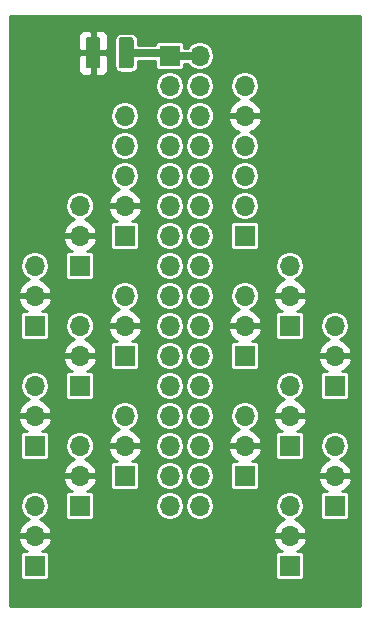
<source format=gbr>
G04 #@! TF.GenerationSoftware,KiCad,Pcbnew,(5.0.2)-1*
G04 #@! TF.CreationDate,2019-08-16T09:05:26-04:00*
G04 #@! TF.ProjectId,EPXX-GVS,45505858-2d47-4565-932e-6b696361645f,X2*
G04 #@! TF.SameCoordinates,Original*
G04 #@! TF.FileFunction,Copper,L1,Top*
G04 #@! TF.FilePolarity,Positive*
%FSLAX46Y46*%
G04 Gerber Fmt 4.6, Leading zero omitted, Abs format (unit mm)*
G04 Created by KiCad (PCBNEW (5.0.2)-1) date 8/16/2019 9:05:26 AM*
%MOMM*%
%LPD*%
G01*
G04 APERTURE LIST*
G04 #@! TA.AperFunction,ComponentPad*
%ADD10R,1.700000X1.700000*%
G04 #@! TD*
G04 #@! TA.AperFunction,ComponentPad*
%ADD11O,1.700000X1.700000*%
G04 #@! TD*
G04 #@! TA.AperFunction,Conductor*
%ADD12C,0.152400*%
G04 #@! TD*
G04 #@! TA.AperFunction,SMDPad,CuDef*
%ADD13C,1.250000*%
G04 #@! TD*
G04 #@! TA.AperFunction,Conductor*
%ADD14C,0.635000*%
G04 #@! TD*
G04 #@! TA.AperFunction,Conductor*
%ADD15C,0.254000*%
G04 #@! TD*
G04 APERTURE END LIST*
D10*
G04 #@! TO.P,I2C1,1*
G04 #@! TO.N,GND*
X10160000Y-19050000D03*
D11*
G04 #@! TO.P,I2C1,2*
G04 #@! TO.N,+3V3*
X10160000Y-16510000D03*
G04 #@! TO.P,I2C1,3*
G04 #@! TO.N,/IO34*
X10160000Y-13970000D03*
G04 #@! TO.P,I2C1,4*
G04 #@! TO.N,/IO32*
X10160000Y-11430000D03*
G04 #@! TO.P,I2C1,5*
G04 #@! TO.N,/IO30*
X10160000Y-8890000D03*
G04 #@! TD*
D10*
G04 #@! TO.P,SPI1,1*
G04 #@! TO.N,GND*
X20320000Y-19050000D03*
D11*
G04 #@! TO.P,SPI1,2*
G04 #@! TO.N,/IO38*
X20320000Y-16510000D03*
G04 #@! TO.P,SPI1,3*
G04 #@! TO.N,/IO33*
X20320000Y-13970000D03*
G04 #@! TO.P,SPI1,4*
G04 #@! TO.N,/IO31*
X20320000Y-11430000D03*
G04 #@! TO.P,SPI1,5*
G04 #@! TO.N,+3V3*
X20320000Y-8890000D03*
G04 #@! TO.P,SPI1,6*
G04 #@! TO.N,/IO28*
X20320000Y-6350000D03*
G04 #@! TD*
D10*
G04 #@! TO.P,P39,1*
G04 #@! TO.N,GND*
X6350000Y-21590000D03*
D11*
G04 #@! TO.P,P39,2*
G04 #@! TO.N,+3V3*
X6350000Y-19050000D03*
G04 #@! TO.P,P39,3*
G04 #@! TO.N,/IO39*
X6350000Y-16510000D03*
G04 #@! TD*
G04 #@! TO.P,P42,3*
G04 #@! TO.N,/IO42*
X2540000Y-21590000D03*
G04 #@! TO.P,P42,2*
G04 #@! TO.N,+3V3*
X2540000Y-24130000D03*
D10*
G04 #@! TO.P,P42,1*
G04 #@! TO.N,GND*
X2540000Y-26670000D03*
G04 #@! TD*
G04 #@! TO.P,P43,1*
G04 #@! TO.N,GND*
X24130000Y-26670000D03*
D11*
G04 #@! TO.P,P43,2*
G04 #@! TO.N,+3V3*
X24130000Y-24130000D03*
G04 #@! TO.P,P43,3*
G04 #@! TO.N,/IO43*
X24130000Y-21590000D03*
G04 #@! TD*
D10*
G04 #@! TO.P,P44,1*
G04 #@! TO.N,GND*
X10160000Y-29210000D03*
D11*
G04 #@! TO.P,P44,2*
G04 #@! TO.N,+3V3*
X10160000Y-26670000D03*
G04 #@! TO.P,P44,3*
G04 #@! TO.N,/IO44*
X10160000Y-24130000D03*
G04 #@! TD*
D10*
G04 #@! TO.P,P46,1*
G04 #@! TO.N,GND*
X20320000Y-29210000D03*
D11*
G04 #@! TO.P,P46,2*
G04 #@! TO.N,+3V3*
X20320000Y-26670000D03*
G04 #@! TO.P,P46,3*
G04 #@! TO.N,/IO46*
X20320000Y-24130000D03*
G04 #@! TD*
G04 #@! TO.P,P49,3*
G04 #@! TO.N,/IO49*
X6350000Y-26670000D03*
G04 #@! TO.P,P49,2*
G04 #@! TO.N,+3V3*
X6350000Y-29210000D03*
D10*
G04 #@! TO.P,P49,1*
G04 #@! TO.N,GND*
X6350000Y-31750000D03*
G04 #@! TD*
G04 #@! TO.P,P50,1*
G04 #@! TO.N,GND*
X27940000Y-31750000D03*
D11*
G04 #@! TO.P,P50,2*
G04 #@! TO.N,+3V3*
X27940000Y-29210000D03*
G04 #@! TO.P,P50,3*
G04 #@! TO.N,/IO50*
X27940000Y-26670000D03*
G04 #@! TD*
G04 #@! TO.P,P52,3*
G04 #@! TO.N,/IO52*
X2540000Y-31750000D03*
G04 #@! TO.P,P52,2*
G04 #@! TO.N,+3V3*
X2540000Y-34290000D03*
D10*
G04 #@! TO.P,P52,1*
G04 #@! TO.N,GND*
X2540000Y-36830000D03*
G04 #@! TD*
G04 #@! TO.P,P51,1*
G04 #@! TO.N,GND*
X24130000Y-36830000D03*
D11*
G04 #@! TO.P,P51,2*
G04 #@! TO.N,+3V3*
X24130000Y-34290000D03*
G04 #@! TO.P,P51,3*
G04 #@! TO.N,/IO51*
X24130000Y-31750000D03*
G04 #@! TD*
G04 #@! TO.P,P54,3*
G04 #@! TO.N,/IO54*
X10160000Y-34290000D03*
G04 #@! TO.P,P54,2*
G04 #@! TO.N,+3V3*
X10160000Y-36830000D03*
D10*
G04 #@! TO.P,P54,1*
G04 #@! TO.N,GND*
X10160000Y-39370000D03*
G04 #@! TD*
D11*
G04 #@! TO.P,P53,3*
G04 #@! TO.N,/IO53*
X20320000Y-34290000D03*
G04 #@! TO.P,P53,2*
G04 #@! TO.N,+3V3*
X20320000Y-36830000D03*
D10*
G04 #@! TO.P,P53,1*
G04 #@! TO.N,GND*
X20320000Y-39370000D03*
G04 #@! TD*
D11*
G04 #@! TO.P,P58,3*
G04 #@! TO.N,/IO58*
X6350000Y-36830000D03*
G04 #@! TO.P,P58,2*
G04 #@! TO.N,+3V3*
X6350000Y-39370000D03*
D10*
G04 #@! TO.P,P58,1*
G04 #@! TO.N,GND*
X6350000Y-41910000D03*
G04 #@! TD*
G04 #@! TO.P,P55,1*
G04 #@! TO.N,GND*
X27940000Y-41910000D03*
D11*
G04 #@! TO.P,P55,2*
G04 #@! TO.N,+3V3*
X27940000Y-39370000D03*
G04 #@! TO.P,P55,3*
G04 #@! TO.N,/IO55*
X27940000Y-36830000D03*
G04 #@! TD*
G04 #@! TO.P,P89,3*
G04 #@! TO.N,/IO89*
X2540000Y-41910000D03*
G04 #@! TO.P,P89,2*
G04 #@! TO.N,+3V3*
X2540000Y-44450000D03*
D10*
G04 #@! TO.P,P89,1*
G04 #@! TO.N,GND*
X2540000Y-46990000D03*
G04 #@! TD*
G04 #@! TO.P,P88,1*
G04 #@! TO.N,GND*
X24130000Y-46990000D03*
D11*
G04 #@! TO.P,P88,2*
G04 #@! TO.N,+3V3*
X24130000Y-44450000D03*
G04 #@! TO.P,P88,3*
G04 #@! TO.N,/IO88*
X24130000Y-41910000D03*
G04 #@! TD*
D10*
G04 #@! TO.P,J18,1*
G04 #@! TO.N,Net-(F1-Pad2)*
X13970000Y-3810000D03*
D11*
G04 #@! TO.P,J18,2*
X16510000Y-3810000D03*
G04 #@! TO.P,J18,3*
G04 #@! TO.N,N/C*
X13970000Y-6350000D03*
G04 #@! TO.P,J18,4*
X16510000Y-6350000D03*
G04 #@! TO.P,J18,5*
G04 #@! TO.N,/IO30*
X13970000Y-8890000D03*
G04 #@! TO.P,J18,6*
G04 #@! TO.N,/IO28*
X16510000Y-8890000D03*
G04 #@! TO.P,J18,7*
G04 #@! TO.N,/IO32*
X13970000Y-11430000D03*
G04 #@! TO.P,J18,8*
G04 #@! TO.N,/IO31*
X16510000Y-11430000D03*
G04 #@! TO.P,J18,9*
G04 #@! TO.N,/IO34*
X13970000Y-13970000D03*
G04 #@! TO.P,J18,10*
G04 #@! TO.N,/IO33*
X16510000Y-13970000D03*
G04 #@! TO.P,J18,11*
G04 #@! TO.N,/IO39*
X13970000Y-16510000D03*
G04 #@! TO.P,J18,12*
G04 #@! TO.N,/IO38*
X16510000Y-16510000D03*
G04 #@! TO.P,J18,13*
G04 #@! TO.N,GND*
X13970000Y-19050000D03*
G04 #@! TO.P,J18,14*
X16510000Y-19050000D03*
G04 #@! TO.P,J18,15*
G04 #@! TO.N,/IO42*
X13970000Y-21590000D03*
G04 #@! TO.P,J18,16*
G04 #@! TO.N,/IO43*
X16510000Y-21590000D03*
G04 #@! TO.P,J18,17*
G04 #@! TO.N,/IO44*
X13970000Y-24130000D03*
G04 #@! TO.P,J18,18*
G04 #@! TO.N,/IO46*
X16510000Y-24130000D03*
G04 #@! TO.P,J18,19*
G04 #@! TO.N,/IO49*
X13970000Y-26670000D03*
G04 #@! TO.P,J18,20*
G04 #@! TO.N,/IO50*
X16510000Y-26670000D03*
G04 #@! TO.P,J18,21*
G04 #@! TO.N,GND*
X13970000Y-29210000D03*
G04 #@! TO.P,J18,22*
X16510000Y-29210000D03*
G04 #@! TO.P,J18,23*
G04 #@! TO.N,/IO52*
X13970000Y-31750000D03*
G04 #@! TO.P,J18,24*
G04 #@! TO.N,/IO51*
X16510000Y-31750000D03*
G04 #@! TO.P,J18,25*
G04 #@! TO.N,/IO54*
X13970000Y-34290000D03*
G04 #@! TO.P,J18,26*
G04 #@! TO.N,/IO53*
X16510000Y-34290000D03*
G04 #@! TO.P,J18,27*
G04 #@! TO.N,/IO58*
X13970000Y-36830000D03*
G04 #@! TO.P,J18,28*
G04 #@! TO.N,/IO55*
X16510000Y-36830000D03*
G04 #@! TO.P,J18,29*
G04 #@! TO.N,GND*
X13970000Y-39370000D03*
G04 #@! TO.P,J18,30*
X16510000Y-39370000D03*
G04 #@! TO.P,J18,31*
G04 #@! TO.N,/IO89*
X13970000Y-41910000D03*
G04 #@! TO.P,J18,32*
G04 #@! TO.N,/IO88*
X16510000Y-41910000D03*
G04 #@! TD*
D12*
G04 #@! TO.N,+3V3*
G04 #@! TO.C,F1*
G36*
X7889504Y-2232204D02*
X7913773Y-2235804D01*
X7937571Y-2241765D01*
X7960671Y-2250030D01*
X7982849Y-2260520D01*
X8003893Y-2273133D01*
X8023598Y-2287747D01*
X8041777Y-2304223D01*
X8058253Y-2322402D01*
X8072867Y-2342107D01*
X8085480Y-2363151D01*
X8095970Y-2385329D01*
X8104235Y-2408429D01*
X8110196Y-2432227D01*
X8113796Y-2456496D01*
X8115000Y-2481000D01*
X8115000Y-4631000D01*
X8113796Y-4655504D01*
X8110196Y-4679773D01*
X8104235Y-4703571D01*
X8095970Y-4726671D01*
X8085480Y-4748849D01*
X8072867Y-4769893D01*
X8058253Y-4789598D01*
X8041777Y-4807777D01*
X8023598Y-4824253D01*
X8003893Y-4838867D01*
X7982849Y-4851480D01*
X7960671Y-4861970D01*
X7937571Y-4870235D01*
X7913773Y-4876196D01*
X7889504Y-4879796D01*
X7865000Y-4881000D01*
X7115000Y-4881000D01*
X7090496Y-4879796D01*
X7066227Y-4876196D01*
X7042429Y-4870235D01*
X7019329Y-4861970D01*
X6997151Y-4851480D01*
X6976107Y-4838867D01*
X6956402Y-4824253D01*
X6938223Y-4807777D01*
X6921747Y-4789598D01*
X6907133Y-4769893D01*
X6894520Y-4748849D01*
X6884030Y-4726671D01*
X6875765Y-4703571D01*
X6869804Y-4679773D01*
X6866204Y-4655504D01*
X6865000Y-4631000D01*
X6865000Y-2481000D01*
X6866204Y-2456496D01*
X6869804Y-2432227D01*
X6875765Y-2408429D01*
X6884030Y-2385329D01*
X6894520Y-2363151D01*
X6907133Y-2342107D01*
X6921747Y-2322402D01*
X6938223Y-2304223D01*
X6956402Y-2287747D01*
X6976107Y-2273133D01*
X6997151Y-2260520D01*
X7019329Y-2250030D01*
X7042429Y-2241765D01*
X7066227Y-2235804D01*
X7090496Y-2232204D01*
X7115000Y-2231000D01*
X7865000Y-2231000D01*
X7889504Y-2232204D01*
X7889504Y-2232204D01*
G37*
D13*
G04 #@! TD*
G04 #@! TO.P,F1,1*
G04 #@! TO.N,+3V3*
X7490000Y-3556000D03*
D12*
G04 #@! TO.N,Net-(F1-Pad2)*
G04 #@! TO.C,F1*
G36*
X10689504Y-2232204D02*
X10713773Y-2235804D01*
X10737571Y-2241765D01*
X10760671Y-2250030D01*
X10782849Y-2260520D01*
X10803893Y-2273133D01*
X10823598Y-2287747D01*
X10841777Y-2304223D01*
X10858253Y-2322402D01*
X10872867Y-2342107D01*
X10885480Y-2363151D01*
X10895970Y-2385329D01*
X10904235Y-2408429D01*
X10910196Y-2432227D01*
X10913796Y-2456496D01*
X10915000Y-2481000D01*
X10915000Y-4631000D01*
X10913796Y-4655504D01*
X10910196Y-4679773D01*
X10904235Y-4703571D01*
X10895970Y-4726671D01*
X10885480Y-4748849D01*
X10872867Y-4769893D01*
X10858253Y-4789598D01*
X10841777Y-4807777D01*
X10823598Y-4824253D01*
X10803893Y-4838867D01*
X10782849Y-4851480D01*
X10760671Y-4861970D01*
X10737571Y-4870235D01*
X10713773Y-4876196D01*
X10689504Y-4879796D01*
X10665000Y-4881000D01*
X9915000Y-4881000D01*
X9890496Y-4879796D01*
X9866227Y-4876196D01*
X9842429Y-4870235D01*
X9819329Y-4861970D01*
X9797151Y-4851480D01*
X9776107Y-4838867D01*
X9756402Y-4824253D01*
X9738223Y-4807777D01*
X9721747Y-4789598D01*
X9707133Y-4769893D01*
X9694520Y-4748849D01*
X9684030Y-4726671D01*
X9675765Y-4703571D01*
X9669804Y-4679773D01*
X9666204Y-4655504D01*
X9665000Y-4631000D01*
X9665000Y-2481000D01*
X9666204Y-2456496D01*
X9669804Y-2432227D01*
X9675765Y-2408429D01*
X9684030Y-2385329D01*
X9694520Y-2363151D01*
X9707133Y-2342107D01*
X9721747Y-2322402D01*
X9738223Y-2304223D01*
X9756402Y-2287747D01*
X9776107Y-2273133D01*
X9797151Y-2260520D01*
X9819329Y-2250030D01*
X9842429Y-2241765D01*
X9866227Y-2235804D01*
X9890496Y-2232204D01*
X9915000Y-2231000D01*
X10665000Y-2231000D01*
X10689504Y-2232204D01*
X10689504Y-2232204D01*
G37*
D13*
G04 #@! TD*
G04 #@! TO.P,F1,2*
G04 #@! TO.N,Net-(F1-Pad2)*
X10290000Y-3556000D03*
D14*
G04 #@! TO.N,Net-(F1-Pad2)*
X16510000Y-3810000D02*
X13970000Y-3810000D01*
X13716000Y-3556000D02*
X13970000Y-3810000D01*
X10290000Y-3556000D02*
X13716000Y-3556000D01*
G04 #@! TD*
D15*
G04 #@! TO.N,+3V3*
G36*
X30049001Y-50369000D02*
X481000Y-50369000D01*
X481000Y-44806890D01*
X1098524Y-44806890D01*
X1268355Y-45216924D01*
X1658642Y-45645183D01*
X1885105Y-45751536D01*
X1690000Y-45751536D01*
X1541341Y-45781106D01*
X1415314Y-45865314D01*
X1331106Y-45991341D01*
X1301536Y-46140000D01*
X1301536Y-47840000D01*
X1331106Y-47988659D01*
X1415314Y-48114686D01*
X1541341Y-48198894D01*
X1690000Y-48228464D01*
X3390000Y-48228464D01*
X3538659Y-48198894D01*
X3664686Y-48114686D01*
X3748894Y-47988659D01*
X3778464Y-47840000D01*
X3778464Y-46140000D01*
X3748894Y-45991341D01*
X3664686Y-45865314D01*
X3538659Y-45781106D01*
X3390000Y-45751536D01*
X3194895Y-45751536D01*
X3421358Y-45645183D01*
X3811645Y-45216924D01*
X3981476Y-44806890D01*
X22688524Y-44806890D01*
X22858355Y-45216924D01*
X23248642Y-45645183D01*
X23475105Y-45751536D01*
X23280000Y-45751536D01*
X23131341Y-45781106D01*
X23005314Y-45865314D01*
X22921106Y-45991341D01*
X22891536Y-46140000D01*
X22891536Y-47840000D01*
X22921106Y-47988659D01*
X23005314Y-48114686D01*
X23131341Y-48198894D01*
X23280000Y-48228464D01*
X24980000Y-48228464D01*
X25128659Y-48198894D01*
X25254686Y-48114686D01*
X25338894Y-47988659D01*
X25368464Y-47840000D01*
X25368464Y-46140000D01*
X25338894Y-45991341D01*
X25254686Y-45865314D01*
X25128659Y-45781106D01*
X24980000Y-45751536D01*
X24784895Y-45751536D01*
X25011358Y-45645183D01*
X25401645Y-45216924D01*
X25571476Y-44806890D01*
X25450155Y-44577000D01*
X24257000Y-44577000D01*
X24257000Y-44597000D01*
X24003000Y-44597000D01*
X24003000Y-44577000D01*
X22809845Y-44577000D01*
X22688524Y-44806890D01*
X3981476Y-44806890D01*
X3860155Y-44577000D01*
X2667000Y-44577000D01*
X2667000Y-44597000D01*
X2413000Y-44597000D01*
X2413000Y-44577000D01*
X1219845Y-44577000D01*
X1098524Y-44806890D01*
X481000Y-44806890D01*
X481000Y-44093110D01*
X1098524Y-44093110D01*
X1219845Y-44323000D01*
X2413000Y-44323000D01*
X2413000Y-44303000D01*
X2667000Y-44303000D01*
X2667000Y-44323000D01*
X3860155Y-44323000D01*
X3981476Y-44093110D01*
X22688524Y-44093110D01*
X22809845Y-44323000D01*
X24003000Y-44323000D01*
X24003000Y-44303000D01*
X24257000Y-44303000D01*
X24257000Y-44323000D01*
X25450155Y-44323000D01*
X25571476Y-44093110D01*
X25401645Y-43683076D01*
X25011358Y-43254817D01*
X24613037Y-43067755D01*
X25017501Y-42797501D01*
X25289576Y-42390312D01*
X25385116Y-41910000D01*
X25289576Y-41429688D01*
X25017501Y-41022499D01*
X24610312Y-40750424D01*
X24251239Y-40679000D01*
X24008761Y-40679000D01*
X23649688Y-40750424D01*
X23242499Y-41022499D01*
X22970424Y-41429688D01*
X22874884Y-41910000D01*
X22970424Y-42390312D01*
X23242499Y-42797501D01*
X23646963Y-43067755D01*
X23248642Y-43254817D01*
X22858355Y-43683076D01*
X22688524Y-44093110D01*
X3981476Y-44093110D01*
X3811645Y-43683076D01*
X3421358Y-43254817D01*
X3023037Y-43067755D01*
X3427501Y-42797501D01*
X3699576Y-42390312D01*
X3795116Y-41910000D01*
X3699576Y-41429688D01*
X3427501Y-41022499D01*
X3020312Y-40750424D01*
X2661239Y-40679000D01*
X2418761Y-40679000D01*
X2059688Y-40750424D01*
X1652499Y-41022499D01*
X1380424Y-41429688D01*
X1284884Y-41910000D01*
X1380424Y-42390312D01*
X1652499Y-42797501D01*
X2056963Y-43067755D01*
X1658642Y-43254817D01*
X1268355Y-43683076D01*
X1098524Y-44093110D01*
X481000Y-44093110D01*
X481000Y-39726890D01*
X4908524Y-39726890D01*
X5078355Y-40136924D01*
X5468642Y-40565183D01*
X5695105Y-40671536D01*
X5500000Y-40671536D01*
X5351341Y-40701106D01*
X5225314Y-40785314D01*
X5141106Y-40911341D01*
X5111536Y-41060000D01*
X5111536Y-42760000D01*
X5141106Y-42908659D01*
X5225314Y-43034686D01*
X5351341Y-43118894D01*
X5500000Y-43148464D01*
X7200000Y-43148464D01*
X7348659Y-43118894D01*
X7474686Y-43034686D01*
X7558894Y-42908659D01*
X7588464Y-42760000D01*
X7588464Y-41910000D01*
X12714884Y-41910000D01*
X12810424Y-42390312D01*
X13082499Y-42797501D01*
X13489688Y-43069576D01*
X13848761Y-43141000D01*
X14091239Y-43141000D01*
X14450312Y-43069576D01*
X14857501Y-42797501D01*
X15129576Y-42390312D01*
X15225116Y-41910000D01*
X15254884Y-41910000D01*
X15350424Y-42390312D01*
X15622499Y-42797501D01*
X16029688Y-43069576D01*
X16388761Y-43141000D01*
X16631239Y-43141000D01*
X16990312Y-43069576D01*
X17397501Y-42797501D01*
X17669576Y-42390312D01*
X17765116Y-41910000D01*
X17669576Y-41429688D01*
X17397501Y-41022499D01*
X16990312Y-40750424D01*
X16631239Y-40679000D01*
X16388761Y-40679000D01*
X16029688Y-40750424D01*
X15622499Y-41022499D01*
X15350424Y-41429688D01*
X15254884Y-41910000D01*
X15225116Y-41910000D01*
X15129576Y-41429688D01*
X14857501Y-41022499D01*
X14450312Y-40750424D01*
X14091239Y-40679000D01*
X13848761Y-40679000D01*
X13489688Y-40750424D01*
X13082499Y-41022499D01*
X12810424Y-41429688D01*
X12714884Y-41910000D01*
X7588464Y-41910000D01*
X7588464Y-41060000D01*
X7558894Y-40911341D01*
X7474686Y-40785314D01*
X7348659Y-40701106D01*
X7200000Y-40671536D01*
X7004895Y-40671536D01*
X7231358Y-40565183D01*
X7621645Y-40136924D01*
X7791476Y-39726890D01*
X7670155Y-39497000D01*
X6477000Y-39497000D01*
X6477000Y-39517000D01*
X6223000Y-39517000D01*
X6223000Y-39497000D01*
X5029845Y-39497000D01*
X4908524Y-39726890D01*
X481000Y-39726890D01*
X481000Y-39013110D01*
X4908524Y-39013110D01*
X5029845Y-39243000D01*
X6223000Y-39243000D01*
X6223000Y-39223000D01*
X6477000Y-39223000D01*
X6477000Y-39243000D01*
X7670155Y-39243000D01*
X7791476Y-39013110D01*
X7621645Y-38603076D01*
X7231358Y-38174817D01*
X6833037Y-37987755D01*
X7237501Y-37717501D01*
X7509576Y-37310312D01*
X7534126Y-37186890D01*
X8718524Y-37186890D01*
X8888355Y-37596924D01*
X9278642Y-38025183D01*
X9505105Y-38131536D01*
X9310000Y-38131536D01*
X9161341Y-38161106D01*
X9035314Y-38245314D01*
X8951106Y-38371341D01*
X8921536Y-38520000D01*
X8921536Y-40220000D01*
X8951106Y-40368659D01*
X9035314Y-40494686D01*
X9161341Y-40578894D01*
X9310000Y-40608464D01*
X11010000Y-40608464D01*
X11158659Y-40578894D01*
X11284686Y-40494686D01*
X11368894Y-40368659D01*
X11398464Y-40220000D01*
X11398464Y-39370000D01*
X12714884Y-39370000D01*
X12810424Y-39850312D01*
X13082499Y-40257501D01*
X13489688Y-40529576D01*
X13848761Y-40601000D01*
X14091239Y-40601000D01*
X14450312Y-40529576D01*
X14857501Y-40257501D01*
X15129576Y-39850312D01*
X15225116Y-39370000D01*
X15254884Y-39370000D01*
X15350424Y-39850312D01*
X15622499Y-40257501D01*
X16029688Y-40529576D01*
X16388761Y-40601000D01*
X16631239Y-40601000D01*
X16990312Y-40529576D01*
X17397501Y-40257501D01*
X17669576Y-39850312D01*
X17765116Y-39370000D01*
X17669576Y-38889688D01*
X17397501Y-38482499D01*
X16990312Y-38210424D01*
X16631239Y-38139000D01*
X16388761Y-38139000D01*
X16029688Y-38210424D01*
X15622499Y-38482499D01*
X15350424Y-38889688D01*
X15254884Y-39370000D01*
X15225116Y-39370000D01*
X15129576Y-38889688D01*
X14857501Y-38482499D01*
X14450312Y-38210424D01*
X14091239Y-38139000D01*
X13848761Y-38139000D01*
X13489688Y-38210424D01*
X13082499Y-38482499D01*
X12810424Y-38889688D01*
X12714884Y-39370000D01*
X11398464Y-39370000D01*
X11398464Y-38520000D01*
X11368894Y-38371341D01*
X11284686Y-38245314D01*
X11158659Y-38161106D01*
X11010000Y-38131536D01*
X10814895Y-38131536D01*
X11041358Y-38025183D01*
X11431645Y-37596924D01*
X11601476Y-37186890D01*
X11480155Y-36957000D01*
X10287000Y-36957000D01*
X10287000Y-36977000D01*
X10033000Y-36977000D01*
X10033000Y-36957000D01*
X8839845Y-36957000D01*
X8718524Y-37186890D01*
X7534126Y-37186890D01*
X7605116Y-36830000D01*
X12714884Y-36830000D01*
X12810424Y-37310312D01*
X13082499Y-37717501D01*
X13489688Y-37989576D01*
X13848761Y-38061000D01*
X14091239Y-38061000D01*
X14450312Y-37989576D01*
X14857501Y-37717501D01*
X15129576Y-37310312D01*
X15225116Y-36830000D01*
X15254884Y-36830000D01*
X15350424Y-37310312D01*
X15622499Y-37717501D01*
X16029688Y-37989576D01*
X16388761Y-38061000D01*
X16631239Y-38061000D01*
X16990312Y-37989576D01*
X17397501Y-37717501D01*
X17669576Y-37310312D01*
X17694126Y-37186890D01*
X18878524Y-37186890D01*
X19048355Y-37596924D01*
X19438642Y-38025183D01*
X19665105Y-38131536D01*
X19470000Y-38131536D01*
X19321341Y-38161106D01*
X19195314Y-38245314D01*
X19111106Y-38371341D01*
X19081536Y-38520000D01*
X19081536Y-40220000D01*
X19111106Y-40368659D01*
X19195314Y-40494686D01*
X19321341Y-40578894D01*
X19470000Y-40608464D01*
X21170000Y-40608464D01*
X21318659Y-40578894D01*
X21444686Y-40494686D01*
X21528894Y-40368659D01*
X21558464Y-40220000D01*
X21558464Y-39726890D01*
X26498524Y-39726890D01*
X26668355Y-40136924D01*
X27058642Y-40565183D01*
X27285105Y-40671536D01*
X27090000Y-40671536D01*
X26941341Y-40701106D01*
X26815314Y-40785314D01*
X26731106Y-40911341D01*
X26701536Y-41060000D01*
X26701536Y-42760000D01*
X26731106Y-42908659D01*
X26815314Y-43034686D01*
X26941341Y-43118894D01*
X27090000Y-43148464D01*
X28790000Y-43148464D01*
X28938659Y-43118894D01*
X29064686Y-43034686D01*
X29148894Y-42908659D01*
X29178464Y-42760000D01*
X29178464Y-41060000D01*
X29148894Y-40911341D01*
X29064686Y-40785314D01*
X28938659Y-40701106D01*
X28790000Y-40671536D01*
X28594895Y-40671536D01*
X28821358Y-40565183D01*
X29211645Y-40136924D01*
X29381476Y-39726890D01*
X29260155Y-39497000D01*
X28067000Y-39497000D01*
X28067000Y-39517000D01*
X27813000Y-39517000D01*
X27813000Y-39497000D01*
X26619845Y-39497000D01*
X26498524Y-39726890D01*
X21558464Y-39726890D01*
X21558464Y-39013110D01*
X26498524Y-39013110D01*
X26619845Y-39243000D01*
X27813000Y-39243000D01*
X27813000Y-39223000D01*
X28067000Y-39223000D01*
X28067000Y-39243000D01*
X29260155Y-39243000D01*
X29381476Y-39013110D01*
X29211645Y-38603076D01*
X28821358Y-38174817D01*
X28423037Y-37987755D01*
X28827501Y-37717501D01*
X29099576Y-37310312D01*
X29195116Y-36830000D01*
X29099576Y-36349688D01*
X28827501Y-35942499D01*
X28420312Y-35670424D01*
X28061239Y-35599000D01*
X27818761Y-35599000D01*
X27459688Y-35670424D01*
X27052499Y-35942499D01*
X26780424Y-36349688D01*
X26684884Y-36830000D01*
X26780424Y-37310312D01*
X27052499Y-37717501D01*
X27456963Y-37987755D01*
X27058642Y-38174817D01*
X26668355Y-38603076D01*
X26498524Y-39013110D01*
X21558464Y-39013110D01*
X21558464Y-38520000D01*
X21528894Y-38371341D01*
X21444686Y-38245314D01*
X21318659Y-38161106D01*
X21170000Y-38131536D01*
X20974895Y-38131536D01*
X21201358Y-38025183D01*
X21591645Y-37596924D01*
X21761476Y-37186890D01*
X21640155Y-36957000D01*
X20447000Y-36957000D01*
X20447000Y-36977000D01*
X20193000Y-36977000D01*
X20193000Y-36957000D01*
X18999845Y-36957000D01*
X18878524Y-37186890D01*
X17694126Y-37186890D01*
X17765116Y-36830000D01*
X17694127Y-36473110D01*
X18878524Y-36473110D01*
X18999845Y-36703000D01*
X20193000Y-36703000D01*
X20193000Y-36683000D01*
X20447000Y-36683000D01*
X20447000Y-36703000D01*
X21640155Y-36703000D01*
X21761476Y-36473110D01*
X21591645Y-36063076D01*
X21201358Y-35634817D01*
X20803037Y-35447755D01*
X21207501Y-35177501D01*
X21479576Y-34770312D01*
X21504126Y-34646890D01*
X22688524Y-34646890D01*
X22858355Y-35056924D01*
X23248642Y-35485183D01*
X23475105Y-35591536D01*
X23280000Y-35591536D01*
X23131341Y-35621106D01*
X23005314Y-35705314D01*
X22921106Y-35831341D01*
X22891536Y-35980000D01*
X22891536Y-37680000D01*
X22921106Y-37828659D01*
X23005314Y-37954686D01*
X23131341Y-38038894D01*
X23280000Y-38068464D01*
X24980000Y-38068464D01*
X25128659Y-38038894D01*
X25254686Y-37954686D01*
X25338894Y-37828659D01*
X25368464Y-37680000D01*
X25368464Y-35980000D01*
X25338894Y-35831341D01*
X25254686Y-35705314D01*
X25128659Y-35621106D01*
X24980000Y-35591536D01*
X24784895Y-35591536D01*
X25011358Y-35485183D01*
X25401645Y-35056924D01*
X25571476Y-34646890D01*
X25450155Y-34417000D01*
X24257000Y-34417000D01*
X24257000Y-34437000D01*
X24003000Y-34437000D01*
X24003000Y-34417000D01*
X22809845Y-34417000D01*
X22688524Y-34646890D01*
X21504126Y-34646890D01*
X21575116Y-34290000D01*
X21504127Y-33933110D01*
X22688524Y-33933110D01*
X22809845Y-34163000D01*
X24003000Y-34163000D01*
X24003000Y-34143000D01*
X24257000Y-34143000D01*
X24257000Y-34163000D01*
X25450155Y-34163000D01*
X25571476Y-33933110D01*
X25401645Y-33523076D01*
X25011358Y-33094817D01*
X24613037Y-32907755D01*
X25017501Y-32637501D01*
X25289576Y-32230312D01*
X25385116Y-31750000D01*
X25289576Y-31269688D01*
X25017501Y-30862499D01*
X24610312Y-30590424D01*
X24251239Y-30519000D01*
X24008761Y-30519000D01*
X23649688Y-30590424D01*
X23242499Y-30862499D01*
X22970424Y-31269688D01*
X22874884Y-31750000D01*
X22970424Y-32230312D01*
X23242499Y-32637501D01*
X23646963Y-32907755D01*
X23248642Y-33094817D01*
X22858355Y-33523076D01*
X22688524Y-33933110D01*
X21504127Y-33933110D01*
X21479576Y-33809688D01*
X21207501Y-33402499D01*
X20800312Y-33130424D01*
X20441239Y-33059000D01*
X20198761Y-33059000D01*
X19839688Y-33130424D01*
X19432499Y-33402499D01*
X19160424Y-33809688D01*
X19064884Y-34290000D01*
X19160424Y-34770312D01*
X19432499Y-35177501D01*
X19836963Y-35447755D01*
X19438642Y-35634817D01*
X19048355Y-36063076D01*
X18878524Y-36473110D01*
X17694127Y-36473110D01*
X17669576Y-36349688D01*
X17397501Y-35942499D01*
X16990312Y-35670424D01*
X16631239Y-35599000D01*
X16388761Y-35599000D01*
X16029688Y-35670424D01*
X15622499Y-35942499D01*
X15350424Y-36349688D01*
X15254884Y-36830000D01*
X15225116Y-36830000D01*
X15129576Y-36349688D01*
X14857501Y-35942499D01*
X14450312Y-35670424D01*
X14091239Y-35599000D01*
X13848761Y-35599000D01*
X13489688Y-35670424D01*
X13082499Y-35942499D01*
X12810424Y-36349688D01*
X12714884Y-36830000D01*
X7605116Y-36830000D01*
X7534127Y-36473110D01*
X8718524Y-36473110D01*
X8839845Y-36703000D01*
X10033000Y-36703000D01*
X10033000Y-36683000D01*
X10287000Y-36683000D01*
X10287000Y-36703000D01*
X11480155Y-36703000D01*
X11601476Y-36473110D01*
X11431645Y-36063076D01*
X11041358Y-35634817D01*
X10643037Y-35447755D01*
X11047501Y-35177501D01*
X11319576Y-34770312D01*
X11415116Y-34290000D01*
X12714884Y-34290000D01*
X12810424Y-34770312D01*
X13082499Y-35177501D01*
X13489688Y-35449576D01*
X13848761Y-35521000D01*
X14091239Y-35521000D01*
X14450312Y-35449576D01*
X14857501Y-35177501D01*
X15129576Y-34770312D01*
X15225116Y-34290000D01*
X15254884Y-34290000D01*
X15350424Y-34770312D01*
X15622499Y-35177501D01*
X16029688Y-35449576D01*
X16388761Y-35521000D01*
X16631239Y-35521000D01*
X16990312Y-35449576D01*
X17397501Y-35177501D01*
X17669576Y-34770312D01*
X17765116Y-34290000D01*
X17669576Y-33809688D01*
X17397501Y-33402499D01*
X16990312Y-33130424D01*
X16631239Y-33059000D01*
X16388761Y-33059000D01*
X16029688Y-33130424D01*
X15622499Y-33402499D01*
X15350424Y-33809688D01*
X15254884Y-34290000D01*
X15225116Y-34290000D01*
X15129576Y-33809688D01*
X14857501Y-33402499D01*
X14450312Y-33130424D01*
X14091239Y-33059000D01*
X13848761Y-33059000D01*
X13489688Y-33130424D01*
X13082499Y-33402499D01*
X12810424Y-33809688D01*
X12714884Y-34290000D01*
X11415116Y-34290000D01*
X11319576Y-33809688D01*
X11047501Y-33402499D01*
X10640312Y-33130424D01*
X10281239Y-33059000D01*
X10038761Y-33059000D01*
X9679688Y-33130424D01*
X9272499Y-33402499D01*
X9000424Y-33809688D01*
X8904884Y-34290000D01*
X9000424Y-34770312D01*
X9272499Y-35177501D01*
X9676963Y-35447755D01*
X9278642Y-35634817D01*
X8888355Y-36063076D01*
X8718524Y-36473110D01*
X7534127Y-36473110D01*
X7509576Y-36349688D01*
X7237501Y-35942499D01*
X6830312Y-35670424D01*
X6471239Y-35599000D01*
X6228761Y-35599000D01*
X5869688Y-35670424D01*
X5462499Y-35942499D01*
X5190424Y-36349688D01*
X5094884Y-36830000D01*
X5190424Y-37310312D01*
X5462499Y-37717501D01*
X5866963Y-37987755D01*
X5468642Y-38174817D01*
X5078355Y-38603076D01*
X4908524Y-39013110D01*
X481000Y-39013110D01*
X481000Y-34646890D01*
X1098524Y-34646890D01*
X1268355Y-35056924D01*
X1658642Y-35485183D01*
X1885105Y-35591536D01*
X1690000Y-35591536D01*
X1541341Y-35621106D01*
X1415314Y-35705314D01*
X1331106Y-35831341D01*
X1301536Y-35980000D01*
X1301536Y-37680000D01*
X1331106Y-37828659D01*
X1415314Y-37954686D01*
X1541341Y-38038894D01*
X1690000Y-38068464D01*
X3390000Y-38068464D01*
X3538659Y-38038894D01*
X3664686Y-37954686D01*
X3748894Y-37828659D01*
X3778464Y-37680000D01*
X3778464Y-35980000D01*
X3748894Y-35831341D01*
X3664686Y-35705314D01*
X3538659Y-35621106D01*
X3390000Y-35591536D01*
X3194895Y-35591536D01*
X3421358Y-35485183D01*
X3811645Y-35056924D01*
X3981476Y-34646890D01*
X3860155Y-34417000D01*
X2667000Y-34417000D01*
X2667000Y-34437000D01*
X2413000Y-34437000D01*
X2413000Y-34417000D01*
X1219845Y-34417000D01*
X1098524Y-34646890D01*
X481000Y-34646890D01*
X481000Y-33933110D01*
X1098524Y-33933110D01*
X1219845Y-34163000D01*
X2413000Y-34163000D01*
X2413000Y-34143000D01*
X2667000Y-34143000D01*
X2667000Y-34163000D01*
X3860155Y-34163000D01*
X3981476Y-33933110D01*
X3811645Y-33523076D01*
X3421358Y-33094817D01*
X3023037Y-32907755D01*
X3427501Y-32637501D01*
X3699576Y-32230312D01*
X3795116Y-31750000D01*
X3699576Y-31269688D01*
X3427501Y-30862499D01*
X3020312Y-30590424D01*
X2661239Y-30519000D01*
X2418761Y-30519000D01*
X2059688Y-30590424D01*
X1652499Y-30862499D01*
X1380424Y-31269688D01*
X1284884Y-31750000D01*
X1380424Y-32230312D01*
X1652499Y-32637501D01*
X2056963Y-32907755D01*
X1658642Y-33094817D01*
X1268355Y-33523076D01*
X1098524Y-33933110D01*
X481000Y-33933110D01*
X481000Y-29566890D01*
X4908524Y-29566890D01*
X5078355Y-29976924D01*
X5468642Y-30405183D01*
X5695105Y-30511536D01*
X5500000Y-30511536D01*
X5351341Y-30541106D01*
X5225314Y-30625314D01*
X5141106Y-30751341D01*
X5111536Y-30900000D01*
X5111536Y-32600000D01*
X5141106Y-32748659D01*
X5225314Y-32874686D01*
X5351341Y-32958894D01*
X5500000Y-32988464D01*
X7200000Y-32988464D01*
X7348659Y-32958894D01*
X7474686Y-32874686D01*
X7558894Y-32748659D01*
X7588464Y-32600000D01*
X7588464Y-31750000D01*
X12714884Y-31750000D01*
X12810424Y-32230312D01*
X13082499Y-32637501D01*
X13489688Y-32909576D01*
X13848761Y-32981000D01*
X14091239Y-32981000D01*
X14450312Y-32909576D01*
X14857501Y-32637501D01*
X15129576Y-32230312D01*
X15225116Y-31750000D01*
X15254884Y-31750000D01*
X15350424Y-32230312D01*
X15622499Y-32637501D01*
X16029688Y-32909576D01*
X16388761Y-32981000D01*
X16631239Y-32981000D01*
X16990312Y-32909576D01*
X17397501Y-32637501D01*
X17669576Y-32230312D01*
X17765116Y-31750000D01*
X17669576Y-31269688D01*
X17397501Y-30862499D01*
X16990312Y-30590424D01*
X16631239Y-30519000D01*
X16388761Y-30519000D01*
X16029688Y-30590424D01*
X15622499Y-30862499D01*
X15350424Y-31269688D01*
X15254884Y-31750000D01*
X15225116Y-31750000D01*
X15129576Y-31269688D01*
X14857501Y-30862499D01*
X14450312Y-30590424D01*
X14091239Y-30519000D01*
X13848761Y-30519000D01*
X13489688Y-30590424D01*
X13082499Y-30862499D01*
X12810424Y-31269688D01*
X12714884Y-31750000D01*
X7588464Y-31750000D01*
X7588464Y-30900000D01*
X7558894Y-30751341D01*
X7474686Y-30625314D01*
X7348659Y-30541106D01*
X7200000Y-30511536D01*
X7004895Y-30511536D01*
X7231358Y-30405183D01*
X7621645Y-29976924D01*
X7791476Y-29566890D01*
X7670155Y-29337000D01*
X6477000Y-29337000D01*
X6477000Y-29357000D01*
X6223000Y-29357000D01*
X6223000Y-29337000D01*
X5029845Y-29337000D01*
X4908524Y-29566890D01*
X481000Y-29566890D01*
X481000Y-28853110D01*
X4908524Y-28853110D01*
X5029845Y-29083000D01*
X6223000Y-29083000D01*
X6223000Y-29063000D01*
X6477000Y-29063000D01*
X6477000Y-29083000D01*
X7670155Y-29083000D01*
X7791476Y-28853110D01*
X7621645Y-28443076D01*
X7231358Y-28014817D01*
X6833037Y-27827755D01*
X7237501Y-27557501D01*
X7509576Y-27150312D01*
X7534126Y-27026890D01*
X8718524Y-27026890D01*
X8888355Y-27436924D01*
X9278642Y-27865183D01*
X9505105Y-27971536D01*
X9310000Y-27971536D01*
X9161341Y-28001106D01*
X9035314Y-28085314D01*
X8951106Y-28211341D01*
X8921536Y-28360000D01*
X8921536Y-30060000D01*
X8951106Y-30208659D01*
X9035314Y-30334686D01*
X9161341Y-30418894D01*
X9310000Y-30448464D01*
X11010000Y-30448464D01*
X11158659Y-30418894D01*
X11284686Y-30334686D01*
X11368894Y-30208659D01*
X11398464Y-30060000D01*
X11398464Y-29210000D01*
X12714884Y-29210000D01*
X12810424Y-29690312D01*
X13082499Y-30097501D01*
X13489688Y-30369576D01*
X13848761Y-30441000D01*
X14091239Y-30441000D01*
X14450312Y-30369576D01*
X14857501Y-30097501D01*
X15129576Y-29690312D01*
X15225116Y-29210000D01*
X15254884Y-29210000D01*
X15350424Y-29690312D01*
X15622499Y-30097501D01*
X16029688Y-30369576D01*
X16388761Y-30441000D01*
X16631239Y-30441000D01*
X16990312Y-30369576D01*
X17397501Y-30097501D01*
X17669576Y-29690312D01*
X17765116Y-29210000D01*
X17669576Y-28729688D01*
X17397501Y-28322499D01*
X16990312Y-28050424D01*
X16631239Y-27979000D01*
X16388761Y-27979000D01*
X16029688Y-28050424D01*
X15622499Y-28322499D01*
X15350424Y-28729688D01*
X15254884Y-29210000D01*
X15225116Y-29210000D01*
X15129576Y-28729688D01*
X14857501Y-28322499D01*
X14450312Y-28050424D01*
X14091239Y-27979000D01*
X13848761Y-27979000D01*
X13489688Y-28050424D01*
X13082499Y-28322499D01*
X12810424Y-28729688D01*
X12714884Y-29210000D01*
X11398464Y-29210000D01*
X11398464Y-28360000D01*
X11368894Y-28211341D01*
X11284686Y-28085314D01*
X11158659Y-28001106D01*
X11010000Y-27971536D01*
X10814895Y-27971536D01*
X11041358Y-27865183D01*
X11431645Y-27436924D01*
X11601476Y-27026890D01*
X11480155Y-26797000D01*
X10287000Y-26797000D01*
X10287000Y-26817000D01*
X10033000Y-26817000D01*
X10033000Y-26797000D01*
X8839845Y-26797000D01*
X8718524Y-27026890D01*
X7534126Y-27026890D01*
X7605116Y-26670000D01*
X12714884Y-26670000D01*
X12810424Y-27150312D01*
X13082499Y-27557501D01*
X13489688Y-27829576D01*
X13848761Y-27901000D01*
X14091239Y-27901000D01*
X14450312Y-27829576D01*
X14857501Y-27557501D01*
X15129576Y-27150312D01*
X15225116Y-26670000D01*
X15254884Y-26670000D01*
X15350424Y-27150312D01*
X15622499Y-27557501D01*
X16029688Y-27829576D01*
X16388761Y-27901000D01*
X16631239Y-27901000D01*
X16990312Y-27829576D01*
X17397501Y-27557501D01*
X17669576Y-27150312D01*
X17694126Y-27026890D01*
X18878524Y-27026890D01*
X19048355Y-27436924D01*
X19438642Y-27865183D01*
X19665105Y-27971536D01*
X19470000Y-27971536D01*
X19321341Y-28001106D01*
X19195314Y-28085314D01*
X19111106Y-28211341D01*
X19081536Y-28360000D01*
X19081536Y-30060000D01*
X19111106Y-30208659D01*
X19195314Y-30334686D01*
X19321341Y-30418894D01*
X19470000Y-30448464D01*
X21170000Y-30448464D01*
X21318659Y-30418894D01*
X21444686Y-30334686D01*
X21528894Y-30208659D01*
X21558464Y-30060000D01*
X21558464Y-29566890D01*
X26498524Y-29566890D01*
X26668355Y-29976924D01*
X27058642Y-30405183D01*
X27285105Y-30511536D01*
X27090000Y-30511536D01*
X26941341Y-30541106D01*
X26815314Y-30625314D01*
X26731106Y-30751341D01*
X26701536Y-30900000D01*
X26701536Y-32600000D01*
X26731106Y-32748659D01*
X26815314Y-32874686D01*
X26941341Y-32958894D01*
X27090000Y-32988464D01*
X28790000Y-32988464D01*
X28938659Y-32958894D01*
X29064686Y-32874686D01*
X29148894Y-32748659D01*
X29178464Y-32600000D01*
X29178464Y-30900000D01*
X29148894Y-30751341D01*
X29064686Y-30625314D01*
X28938659Y-30541106D01*
X28790000Y-30511536D01*
X28594895Y-30511536D01*
X28821358Y-30405183D01*
X29211645Y-29976924D01*
X29381476Y-29566890D01*
X29260155Y-29337000D01*
X28067000Y-29337000D01*
X28067000Y-29357000D01*
X27813000Y-29357000D01*
X27813000Y-29337000D01*
X26619845Y-29337000D01*
X26498524Y-29566890D01*
X21558464Y-29566890D01*
X21558464Y-28853110D01*
X26498524Y-28853110D01*
X26619845Y-29083000D01*
X27813000Y-29083000D01*
X27813000Y-29063000D01*
X28067000Y-29063000D01*
X28067000Y-29083000D01*
X29260155Y-29083000D01*
X29381476Y-28853110D01*
X29211645Y-28443076D01*
X28821358Y-28014817D01*
X28423037Y-27827755D01*
X28827501Y-27557501D01*
X29099576Y-27150312D01*
X29195116Y-26670000D01*
X29099576Y-26189688D01*
X28827501Y-25782499D01*
X28420312Y-25510424D01*
X28061239Y-25439000D01*
X27818761Y-25439000D01*
X27459688Y-25510424D01*
X27052499Y-25782499D01*
X26780424Y-26189688D01*
X26684884Y-26670000D01*
X26780424Y-27150312D01*
X27052499Y-27557501D01*
X27456963Y-27827755D01*
X27058642Y-28014817D01*
X26668355Y-28443076D01*
X26498524Y-28853110D01*
X21558464Y-28853110D01*
X21558464Y-28360000D01*
X21528894Y-28211341D01*
X21444686Y-28085314D01*
X21318659Y-28001106D01*
X21170000Y-27971536D01*
X20974895Y-27971536D01*
X21201358Y-27865183D01*
X21591645Y-27436924D01*
X21761476Y-27026890D01*
X21640155Y-26797000D01*
X20447000Y-26797000D01*
X20447000Y-26817000D01*
X20193000Y-26817000D01*
X20193000Y-26797000D01*
X18999845Y-26797000D01*
X18878524Y-27026890D01*
X17694126Y-27026890D01*
X17765116Y-26670000D01*
X17694127Y-26313110D01*
X18878524Y-26313110D01*
X18999845Y-26543000D01*
X20193000Y-26543000D01*
X20193000Y-26523000D01*
X20447000Y-26523000D01*
X20447000Y-26543000D01*
X21640155Y-26543000D01*
X21761476Y-26313110D01*
X21591645Y-25903076D01*
X21201358Y-25474817D01*
X20803037Y-25287755D01*
X21207501Y-25017501D01*
X21479576Y-24610312D01*
X21504126Y-24486890D01*
X22688524Y-24486890D01*
X22858355Y-24896924D01*
X23248642Y-25325183D01*
X23475105Y-25431536D01*
X23280000Y-25431536D01*
X23131341Y-25461106D01*
X23005314Y-25545314D01*
X22921106Y-25671341D01*
X22891536Y-25820000D01*
X22891536Y-27520000D01*
X22921106Y-27668659D01*
X23005314Y-27794686D01*
X23131341Y-27878894D01*
X23280000Y-27908464D01*
X24980000Y-27908464D01*
X25128659Y-27878894D01*
X25254686Y-27794686D01*
X25338894Y-27668659D01*
X25368464Y-27520000D01*
X25368464Y-25820000D01*
X25338894Y-25671341D01*
X25254686Y-25545314D01*
X25128659Y-25461106D01*
X24980000Y-25431536D01*
X24784895Y-25431536D01*
X25011358Y-25325183D01*
X25401645Y-24896924D01*
X25571476Y-24486890D01*
X25450155Y-24257000D01*
X24257000Y-24257000D01*
X24257000Y-24277000D01*
X24003000Y-24277000D01*
X24003000Y-24257000D01*
X22809845Y-24257000D01*
X22688524Y-24486890D01*
X21504126Y-24486890D01*
X21575116Y-24130000D01*
X21504127Y-23773110D01*
X22688524Y-23773110D01*
X22809845Y-24003000D01*
X24003000Y-24003000D01*
X24003000Y-23983000D01*
X24257000Y-23983000D01*
X24257000Y-24003000D01*
X25450155Y-24003000D01*
X25571476Y-23773110D01*
X25401645Y-23363076D01*
X25011358Y-22934817D01*
X24613037Y-22747755D01*
X25017501Y-22477501D01*
X25289576Y-22070312D01*
X25385116Y-21590000D01*
X25289576Y-21109688D01*
X25017501Y-20702499D01*
X24610312Y-20430424D01*
X24251239Y-20359000D01*
X24008761Y-20359000D01*
X23649688Y-20430424D01*
X23242499Y-20702499D01*
X22970424Y-21109688D01*
X22874884Y-21590000D01*
X22970424Y-22070312D01*
X23242499Y-22477501D01*
X23646963Y-22747755D01*
X23248642Y-22934817D01*
X22858355Y-23363076D01*
X22688524Y-23773110D01*
X21504127Y-23773110D01*
X21479576Y-23649688D01*
X21207501Y-23242499D01*
X20800312Y-22970424D01*
X20441239Y-22899000D01*
X20198761Y-22899000D01*
X19839688Y-22970424D01*
X19432499Y-23242499D01*
X19160424Y-23649688D01*
X19064884Y-24130000D01*
X19160424Y-24610312D01*
X19432499Y-25017501D01*
X19836963Y-25287755D01*
X19438642Y-25474817D01*
X19048355Y-25903076D01*
X18878524Y-26313110D01*
X17694127Y-26313110D01*
X17669576Y-26189688D01*
X17397501Y-25782499D01*
X16990312Y-25510424D01*
X16631239Y-25439000D01*
X16388761Y-25439000D01*
X16029688Y-25510424D01*
X15622499Y-25782499D01*
X15350424Y-26189688D01*
X15254884Y-26670000D01*
X15225116Y-26670000D01*
X15129576Y-26189688D01*
X14857501Y-25782499D01*
X14450312Y-25510424D01*
X14091239Y-25439000D01*
X13848761Y-25439000D01*
X13489688Y-25510424D01*
X13082499Y-25782499D01*
X12810424Y-26189688D01*
X12714884Y-26670000D01*
X7605116Y-26670000D01*
X7534127Y-26313110D01*
X8718524Y-26313110D01*
X8839845Y-26543000D01*
X10033000Y-26543000D01*
X10033000Y-26523000D01*
X10287000Y-26523000D01*
X10287000Y-26543000D01*
X11480155Y-26543000D01*
X11601476Y-26313110D01*
X11431645Y-25903076D01*
X11041358Y-25474817D01*
X10643037Y-25287755D01*
X11047501Y-25017501D01*
X11319576Y-24610312D01*
X11415116Y-24130000D01*
X12714884Y-24130000D01*
X12810424Y-24610312D01*
X13082499Y-25017501D01*
X13489688Y-25289576D01*
X13848761Y-25361000D01*
X14091239Y-25361000D01*
X14450312Y-25289576D01*
X14857501Y-25017501D01*
X15129576Y-24610312D01*
X15225116Y-24130000D01*
X15254884Y-24130000D01*
X15350424Y-24610312D01*
X15622499Y-25017501D01*
X16029688Y-25289576D01*
X16388761Y-25361000D01*
X16631239Y-25361000D01*
X16990312Y-25289576D01*
X17397501Y-25017501D01*
X17669576Y-24610312D01*
X17765116Y-24130000D01*
X17669576Y-23649688D01*
X17397501Y-23242499D01*
X16990312Y-22970424D01*
X16631239Y-22899000D01*
X16388761Y-22899000D01*
X16029688Y-22970424D01*
X15622499Y-23242499D01*
X15350424Y-23649688D01*
X15254884Y-24130000D01*
X15225116Y-24130000D01*
X15129576Y-23649688D01*
X14857501Y-23242499D01*
X14450312Y-22970424D01*
X14091239Y-22899000D01*
X13848761Y-22899000D01*
X13489688Y-22970424D01*
X13082499Y-23242499D01*
X12810424Y-23649688D01*
X12714884Y-24130000D01*
X11415116Y-24130000D01*
X11319576Y-23649688D01*
X11047501Y-23242499D01*
X10640312Y-22970424D01*
X10281239Y-22899000D01*
X10038761Y-22899000D01*
X9679688Y-22970424D01*
X9272499Y-23242499D01*
X9000424Y-23649688D01*
X8904884Y-24130000D01*
X9000424Y-24610312D01*
X9272499Y-25017501D01*
X9676963Y-25287755D01*
X9278642Y-25474817D01*
X8888355Y-25903076D01*
X8718524Y-26313110D01*
X7534127Y-26313110D01*
X7509576Y-26189688D01*
X7237501Y-25782499D01*
X6830312Y-25510424D01*
X6471239Y-25439000D01*
X6228761Y-25439000D01*
X5869688Y-25510424D01*
X5462499Y-25782499D01*
X5190424Y-26189688D01*
X5094884Y-26670000D01*
X5190424Y-27150312D01*
X5462499Y-27557501D01*
X5866963Y-27827755D01*
X5468642Y-28014817D01*
X5078355Y-28443076D01*
X4908524Y-28853110D01*
X481000Y-28853110D01*
X481000Y-24486890D01*
X1098524Y-24486890D01*
X1268355Y-24896924D01*
X1658642Y-25325183D01*
X1885105Y-25431536D01*
X1690000Y-25431536D01*
X1541341Y-25461106D01*
X1415314Y-25545314D01*
X1331106Y-25671341D01*
X1301536Y-25820000D01*
X1301536Y-27520000D01*
X1331106Y-27668659D01*
X1415314Y-27794686D01*
X1541341Y-27878894D01*
X1690000Y-27908464D01*
X3390000Y-27908464D01*
X3538659Y-27878894D01*
X3664686Y-27794686D01*
X3748894Y-27668659D01*
X3778464Y-27520000D01*
X3778464Y-25820000D01*
X3748894Y-25671341D01*
X3664686Y-25545314D01*
X3538659Y-25461106D01*
X3390000Y-25431536D01*
X3194895Y-25431536D01*
X3421358Y-25325183D01*
X3811645Y-24896924D01*
X3981476Y-24486890D01*
X3860155Y-24257000D01*
X2667000Y-24257000D01*
X2667000Y-24277000D01*
X2413000Y-24277000D01*
X2413000Y-24257000D01*
X1219845Y-24257000D01*
X1098524Y-24486890D01*
X481000Y-24486890D01*
X481000Y-23773110D01*
X1098524Y-23773110D01*
X1219845Y-24003000D01*
X2413000Y-24003000D01*
X2413000Y-23983000D01*
X2667000Y-23983000D01*
X2667000Y-24003000D01*
X3860155Y-24003000D01*
X3981476Y-23773110D01*
X3811645Y-23363076D01*
X3421358Y-22934817D01*
X3023037Y-22747755D01*
X3427501Y-22477501D01*
X3699576Y-22070312D01*
X3795116Y-21590000D01*
X3699576Y-21109688D01*
X3427501Y-20702499D01*
X3020312Y-20430424D01*
X2661239Y-20359000D01*
X2418761Y-20359000D01*
X2059688Y-20430424D01*
X1652499Y-20702499D01*
X1380424Y-21109688D01*
X1284884Y-21590000D01*
X1380424Y-22070312D01*
X1652499Y-22477501D01*
X2056963Y-22747755D01*
X1658642Y-22934817D01*
X1268355Y-23363076D01*
X1098524Y-23773110D01*
X481000Y-23773110D01*
X481000Y-19406890D01*
X4908524Y-19406890D01*
X5078355Y-19816924D01*
X5468642Y-20245183D01*
X5695105Y-20351536D01*
X5500000Y-20351536D01*
X5351341Y-20381106D01*
X5225314Y-20465314D01*
X5141106Y-20591341D01*
X5111536Y-20740000D01*
X5111536Y-22440000D01*
X5141106Y-22588659D01*
X5225314Y-22714686D01*
X5351341Y-22798894D01*
X5500000Y-22828464D01*
X7200000Y-22828464D01*
X7348659Y-22798894D01*
X7474686Y-22714686D01*
X7558894Y-22588659D01*
X7588464Y-22440000D01*
X7588464Y-21590000D01*
X12714884Y-21590000D01*
X12810424Y-22070312D01*
X13082499Y-22477501D01*
X13489688Y-22749576D01*
X13848761Y-22821000D01*
X14091239Y-22821000D01*
X14450312Y-22749576D01*
X14857501Y-22477501D01*
X15129576Y-22070312D01*
X15225116Y-21590000D01*
X15254884Y-21590000D01*
X15350424Y-22070312D01*
X15622499Y-22477501D01*
X16029688Y-22749576D01*
X16388761Y-22821000D01*
X16631239Y-22821000D01*
X16990312Y-22749576D01*
X17397501Y-22477501D01*
X17669576Y-22070312D01*
X17765116Y-21590000D01*
X17669576Y-21109688D01*
X17397501Y-20702499D01*
X16990312Y-20430424D01*
X16631239Y-20359000D01*
X16388761Y-20359000D01*
X16029688Y-20430424D01*
X15622499Y-20702499D01*
X15350424Y-21109688D01*
X15254884Y-21590000D01*
X15225116Y-21590000D01*
X15129576Y-21109688D01*
X14857501Y-20702499D01*
X14450312Y-20430424D01*
X14091239Y-20359000D01*
X13848761Y-20359000D01*
X13489688Y-20430424D01*
X13082499Y-20702499D01*
X12810424Y-21109688D01*
X12714884Y-21590000D01*
X7588464Y-21590000D01*
X7588464Y-20740000D01*
X7558894Y-20591341D01*
X7474686Y-20465314D01*
X7348659Y-20381106D01*
X7200000Y-20351536D01*
X7004895Y-20351536D01*
X7231358Y-20245183D01*
X7621645Y-19816924D01*
X7791476Y-19406890D01*
X7670155Y-19177000D01*
X6477000Y-19177000D01*
X6477000Y-19197000D01*
X6223000Y-19197000D01*
X6223000Y-19177000D01*
X5029845Y-19177000D01*
X4908524Y-19406890D01*
X481000Y-19406890D01*
X481000Y-18693110D01*
X4908524Y-18693110D01*
X5029845Y-18923000D01*
X6223000Y-18923000D01*
X6223000Y-18903000D01*
X6477000Y-18903000D01*
X6477000Y-18923000D01*
X7670155Y-18923000D01*
X7791476Y-18693110D01*
X7621645Y-18283076D01*
X7231358Y-17854817D01*
X6833037Y-17667755D01*
X7237501Y-17397501D01*
X7509576Y-16990312D01*
X7534126Y-16866890D01*
X8718524Y-16866890D01*
X8888355Y-17276924D01*
X9278642Y-17705183D01*
X9505105Y-17811536D01*
X9310000Y-17811536D01*
X9161341Y-17841106D01*
X9035314Y-17925314D01*
X8951106Y-18051341D01*
X8921536Y-18200000D01*
X8921536Y-19900000D01*
X8951106Y-20048659D01*
X9035314Y-20174686D01*
X9161341Y-20258894D01*
X9310000Y-20288464D01*
X11010000Y-20288464D01*
X11158659Y-20258894D01*
X11284686Y-20174686D01*
X11368894Y-20048659D01*
X11398464Y-19900000D01*
X11398464Y-19050000D01*
X12714884Y-19050000D01*
X12810424Y-19530312D01*
X13082499Y-19937501D01*
X13489688Y-20209576D01*
X13848761Y-20281000D01*
X14091239Y-20281000D01*
X14450312Y-20209576D01*
X14857501Y-19937501D01*
X15129576Y-19530312D01*
X15225116Y-19050000D01*
X15254884Y-19050000D01*
X15350424Y-19530312D01*
X15622499Y-19937501D01*
X16029688Y-20209576D01*
X16388761Y-20281000D01*
X16631239Y-20281000D01*
X16990312Y-20209576D01*
X17397501Y-19937501D01*
X17669576Y-19530312D01*
X17765116Y-19050000D01*
X17669576Y-18569688D01*
X17422559Y-18200000D01*
X19081536Y-18200000D01*
X19081536Y-19900000D01*
X19111106Y-20048659D01*
X19195314Y-20174686D01*
X19321341Y-20258894D01*
X19470000Y-20288464D01*
X21170000Y-20288464D01*
X21318659Y-20258894D01*
X21444686Y-20174686D01*
X21528894Y-20048659D01*
X21558464Y-19900000D01*
X21558464Y-18200000D01*
X21528894Y-18051341D01*
X21444686Y-17925314D01*
X21318659Y-17841106D01*
X21170000Y-17811536D01*
X19470000Y-17811536D01*
X19321341Y-17841106D01*
X19195314Y-17925314D01*
X19111106Y-18051341D01*
X19081536Y-18200000D01*
X17422559Y-18200000D01*
X17397501Y-18162499D01*
X16990312Y-17890424D01*
X16631239Y-17819000D01*
X16388761Y-17819000D01*
X16029688Y-17890424D01*
X15622499Y-18162499D01*
X15350424Y-18569688D01*
X15254884Y-19050000D01*
X15225116Y-19050000D01*
X15129576Y-18569688D01*
X14857501Y-18162499D01*
X14450312Y-17890424D01*
X14091239Y-17819000D01*
X13848761Y-17819000D01*
X13489688Y-17890424D01*
X13082499Y-18162499D01*
X12810424Y-18569688D01*
X12714884Y-19050000D01*
X11398464Y-19050000D01*
X11398464Y-18200000D01*
X11368894Y-18051341D01*
X11284686Y-17925314D01*
X11158659Y-17841106D01*
X11010000Y-17811536D01*
X10814895Y-17811536D01*
X11041358Y-17705183D01*
X11431645Y-17276924D01*
X11601476Y-16866890D01*
X11480155Y-16637000D01*
X10287000Y-16637000D01*
X10287000Y-16657000D01*
X10033000Y-16657000D01*
X10033000Y-16637000D01*
X8839845Y-16637000D01*
X8718524Y-16866890D01*
X7534126Y-16866890D01*
X7605116Y-16510000D01*
X12714884Y-16510000D01*
X12810424Y-16990312D01*
X13082499Y-17397501D01*
X13489688Y-17669576D01*
X13848761Y-17741000D01*
X14091239Y-17741000D01*
X14450312Y-17669576D01*
X14857501Y-17397501D01*
X15129576Y-16990312D01*
X15225116Y-16510000D01*
X15254884Y-16510000D01*
X15350424Y-16990312D01*
X15622499Y-17397501D01*
X16029688Y-17669576D01*
X16388761Y-17741000D01*
X16631239Y-17741000D01*
X16990312Y-17669576D01*
X17397501Y-17397501D01*
X17669576Y-16990312D01*
X17765116Y-16510000D01*
X19064884Y-16510000D01*
X19160424Y-16990312D01*
X19432499Y-17397501D01*
X19839688Y-17669576D01*
X20198761Y-17741000D01*
X20441239Y-17741000D01*
X20800312Y-17669576D01*
X21207501Y-17397501D01*
X21479576Y-16990312D01*
X21575116Y-16510000D01*
X21479576Y-16029688D01*
X21207501Y-15622499D01*
X20800312Y-15350424D01*
X20441239Y-15279000D01*
X20198761Y-15279000D01*
X19839688Y-15350424D01*
X19432499Y-15622499D01*
X19160424Y-16029688D01*
X19064884Y-16510000D01*
X17765116Y-16510000D01*
X17669576Y-16029688D01*
X17397501Y-15622499D01*
X16990312Y-15350424D01*
X16631239Y-15279000D01*
X16388761Y-15279000D01*
X16029688Y-15350424D01*
X15622499Y-15622499D01*
X15350424Y-16029688D01*
X15254884Y-16510000D01*
X15225116Y-16510000D01*
X15129576Y-16029688D01*
X14857501Y-15622499D01*
X14450312Y-15350424D01*
X14091239Y-15279000D01*
X13848761Y-15279000D01*
X13489688Y-15350424D01*
X13082499Y-15622499D01*
X12810424Y-16029688D01*
X12714884Y-16510000D01*
X7605116Y-16510000D01*
X7534127Y-16153110D01*
X8718524Y-16153110D01*
X8839845Y-16383000D01*
X10033000Y-16383000D01*
X10033000Y-16363000D01*
X10287000Y-16363000D01*
X10287000Y-16383000D01*
X11480155Y-16383000D01*
X11601476Y-16153110D01*
X11431645Y-15743076D01*
X11041358Y-15314817D01*
X10643037Y-15127755D01*
X11047501Y-14857501D01*
X11319576Y-14450312D01*
X11415116Y-13970000D01*
X12714884Y-13970000D01*
X12810424Y-14450312D01*
X13082499Y-14857501D01*
X13489688Y-15129576D01*
X13848761Y-15201000D01*
X14091239Y-15201000D01*
X14450312Y-15129576D01*
X14857501Y-14857501D01*
X15129576Y-14450312D01*
X15225116Y-13970000D01*
X15254884Y-13970000D01*
X15350424Y-14450312D01*
X15622499Y-14857501D01*
X16029688Y-15129576D01*
X16388761Y-15201000D01*
X16631239Y-15201000D01*
X16990312Y-15129576D01*
X17397501Y-14857501D01*
X17669576Y-14450312D01*
X17765116Y-13970000D01*
X19064884Y-13970000D01*
X19160424Y-14450312D01*
X19432499Y-14857501D01*
X19839688Y-15129576D01*
X20198761Y-15201000D01*
X20441239Y-15201000D01*
X20800312Y-15129576D01*
X21207501Y-14857501D01*
X21479576Y-14450312D01*
X21575116Y-13970000D01*
X21479576Y-13489688D01*
X21207501Y-13082499D01*
X20800312Y-12810424D01*
X20441239Y-12739000D01*
X20198761Y-12739000D01*
X19839688Y-12810424D01*
X19432499Y-13082499D01*
X19160424Y-13489688D01*
X19064884Y-13970000D01*
X17765116Y-13970000D01*
X17669576Y-13489688D01*
X17397501Y-13082499D01*
X16990312Y-12810424D01*
X16631239Y-12739000D01*
X16388761Y-12739000D01*
X16029688Y-12810424D01*
X15622499Y-13082499D01*
X15350424Y-13489688D01*
X15254884Y-13970000D01*
X15225116Y-13970000D01*
X15129576Y-13489688D01*
X14857501Y-13082499D01*
X14450312Y-12810424D01*
X14091239Y-12739000D01*
X13848761Y-12739000D01*
X13489688Y-12810424D01*
X13082499Y-13082499D01*
X12810424Y-13489688D01*
X12714884Y-13970000D01*
X11415116Y-13970000D01*
X11319576Y-13489688D01*
X11047501Y-13082499D01*
X10640312Y-12810424D01*
X10281239Y-12739000D01*
X10038761Y-12739000D01*
X9679688Y-12810424D01*
X9272499Y-13082499D01*
X9000424Y-13489688D01*
X8904884Y-13970000D01*
X9000424Y-14450312D01*
X9272499Y-14857501D01*
X9676963Y-15127755D01*
X9278642Y-15314817D01*
X8888355Y-15743076D01*
X8718524Y-16153110D01*
X7534127Y-16153110D01*
X7509576Y-16029688D01*
X7237501Y-15622499D01*
X6830312Y-15350424D01*
X6471239Y-15279000D01*
X6228761Y-15279000D01*
X5869688Y-15350424D01*
X5462499Y-15622499D01*
X5190424Y-16029688D01*
X5094884Y-16510000D01*
X5190424Y-16990312D01*
X5462499Y-17397501D01*
X5866963Y-17667755D01*
X5468642Y-17854817D01*
X5078355Y-18283076D01*
X4908524Y-18693110D01*
X481000Y-18693110D01*
X481000Y-11430000D01*
X8904884Y-11430000D01*
X9000424Y-11910312D01*
X9272499Y-12317501D01*
X9679688Y-12589576D01*
X10038761Y-12661000D01*
X10281239Y-12661000D01*
X10640312Y-12589576D01*
X11047501Y-12317501D01*
X11319576Y-11910312D01*
X11415116Y-11430000D01*
X12714884Y-11430000D01*
X12810424Y-11910312D01*
X13082499Y-12317501D01*
X13489688Y-12589576D01*
X13848761Y-12661000D01*
X14091239Y-12661000D01*
X14450312Y-12589576D01*
X14857501Y-12317501D01*
X15129576Y-11910312D01*
X15225116Y-11430000D01*
X15254884Y-11430000D01*
X15350424Y-11910312D01*
X15622499Y-12317501D01*
X16029688Y-12589576D01*
X16388761Y-12661000D01*
X16631239Y-12661000D01*
X16990312Y-12589576D01*
X17397501Y-12317501D01*
X17669576Y-11910312D01*
X17765116Y-11430000D01*
X17669576Y-10949688D01*
X17397501Y-10542499D01*
X16990312Y-10270424D01*
X16631239Y-10199000D01*
X16388761Y-10199000D01*
X16029688Y-10270424D01*
X15622499Y-10542499D01*
X15350424Y-10949688D01*
X15254884Y-11430000D01*
X15225116Y-11430000D01*
X15129576Y-10949688D01*
X14857501Y-10542499D01*
X14450312Y-10270424D01*
X14091239Y-10199000D01*
X13848761Y-10199000D01*
X13489688Y-10270424D01*
X13082499Y-10542499D01*
X12810424Y-10949688D01*
X12714884Y-11430000D01*
X11415116Y-11430000D01*
X11319576Y-10949688D01*
X11047501Y-10542499D01*
X10640312Y-10270424D01*
X10281239Y-10199000D01*
X10038761Y-10199000D01*
X9679688Y-10270424D01*
X9272499Y-10542499D01*
X9000424Y-10949688D01*
X8904884Y-11430000D01*
X481000Y-11430000D01*
X481000Y-8890000D01*
X8904884Y-8890000D01*
X9000424Y-9370312D01*
X9272499Y-9777501D01*
X9679688Y-10049576D01*
X10038761Y-10121000D01*
X10281239Y-10121000D01*
X10640312Y-10049576D01*
X11047501Y-9777501D01*
X11319576Y-9370312D01*
X11415116Y-8890000D01*
X12714884Y-8890000D01*
X12810424Y-9370312D01*
X13082499Y-9777501D01*
X13489688Y-10049576D01*
X13848761Y-10121000D01*
X14091239Y-10121000D01*
X14450312Y-10049576D01*
X14857501Y-9777501D01*
X15129576Y-9370312D01*
X15225116Y-8890000D01*
X15254884Y-8890000D01*
X15350424Y-9370312D01*
X15622499Y-9777501D01*
X16029688Y-10049576D01*
X16388761Y-10121000D01*
X16631239Y-10121000D01*
X16990312Y-10049576D01*
X17397501Y-9777501D01*
X17669576Y-9370312D01*
X17694126Y-9246890D01*
X18878524Y-9246890D01*
X19048355Y-9656924D01*
X19438642Y-10085183D01*
X19836963Y-10272245D01*
X19432499Y-10542499D01*
X19160424Y-10949688D01*
X19064884Y-11430000D01*
X19160424Y-11910312D01*
X19432499Y-12317501D01*
X19839688Y-12589576D01*
X20198761Y-12661000D01*
X20441239Y-12661000D01*
X20800312Y-12589576D01*
X21207501Y-12317501D01*
X21479576Y-11910312D01*
X21575116Y-11430000D01*
X21479576Y-10949688D01*
X21207501Y-10542499D01*
X20803037Y-10272245D01*
X21201358Y-10085183D01*
X21591645Y-9656924D01*
X21761476Y-9246890D01*
X21640155Y-9017000D01*
X20447000Y-9017000D01*
X20447000Y-9037000D01*
X20193000Y-9037000D01*
X20193000Y-9017000D01*
X18999845Y-9017000D01*
X18878524Y-9246890D01*
X17694126Y-9246890D01*
X17765116Y-8890000D01*
X17694127Y-8533110D01*
X18878524Y-8533110D01*
X18999845Y-8763000D01*
X20193000Y-8763000D01*
X20193000Y-8743000D01*
X20447000Y-8743000D01*
X20447000Y-8763000D01*
X21640155Y-8763000D01*
X21761476Y-8533110D01*
X21591645Y-8123076D01*
X21201358Y-7694817D01*
X20803037Y-7507755D01*
X21207501Y-7237501D01*
X21479576Y-6830312D01*
X21575116Y-6350000D01*
X21479576Y-5869688D01*
X21207501Y-5462499D01*
X20800312Y-5190424D01*
X20441239Y-5119000D01*
X20198761Y-5119000D01*
X19839688Y-5190424D01*
X19432499Y-5462499D01*
X19160424Y-5869688D01*
X19064884Y-6350000D01*
X19160424Y-6830312D01*
X19432499Y-7237501D01*
X19836963Y-7507755D01*
X19438642Y-7694817D01*
X19048355Y-8123076D01*
X18878524Y-8533110D01*
X17694127Y-8533110D01*
X17669576Y-8409688D01*
X17397501Y-8002499D01*
X16990312Y-7730424D01*
X16631239Y-7659000D01*
X16388761Y-7659000D01*
X16029688Y-7730424D01*
X15622499Y-8002499D01*
X15350424Y-8409688D01*
X15254884Y-8890000D01*
X15225116Y-8890000D01*
X15129576Y-8409688D01*
X14857501Y-8002499D01*
X14450312Y-7730424D01*
X14091239Y-7659000D01*
X13848761Y-7659000D01*
X13489688Y-7730424D01*
X13082499Y-8002499D01*
X12810424Y-8409688D01*
X12714884Y-8890000D01*
X11415116Y-8890000D01*
X11319576Y-8409688D01*
X11047501Y-8002499D01*
X10640312Y-7730424D01*
X10281239Y-7659000D01*
X10038761Y-7659000D01*
X9679688Y-7730424D01*
X9272499Y-8002499D01*
X9000424Y-8409688D01*
X8904884Y-8890000D01*
X481000Y-8890000D01*
X481000Y-6350000D01*
X12714884Y-6350000D01*
X12810424Y-6830312D01*
X13082499Y-7237501D01*
X13489688Y-7509576D01*
X13848761Y-7581000D01*
X14091239Y-7581000D01*
X14450312Y-7509576D01*
X14857501Y-7237501D01*
X15129576Y-6830312D01*
X15225116Y-6350000D01*
X15254884Y-6350000D01*
X15350424Y-6830312D01*
X15622499Y-7237501D01*
X16029688Y-7509576D01*
X16388761Y-7581000D01*
X16631239Y-7581000D01*
X16990312Y-7509576D01*
X17397501Y-7237501D01*
X17669576Y-6830312D01*
X17765116Y-6350000D01*
X17669576Y-5869688D01*
X17397501Y-5462499D01*
X16990312Y-5190424D01*
X16631239Y-5119000D01*
X16388761Y-5119000D01*
X16029688Y-5190424D01*
X15622499Y-5462499D01*
X15350424Y-5869688D01*
X15254884Y-6350000D01*
X15225116Y-6350000D01*
X15129576Y-5869688D01*
X14857501Y-5462499D01*
X14450312Y-5190424D01*
X14091239Y-5119000D01*
X13848761Y-5119000D01*
X13489688Y-5190424D01*
X13082499Y-5462499D01*
X12810424Y-5869688D01*
X12714884Y-6350000D01*
X481000Y-6350000D01*
X481000Y-3841750D01*
X6230000Y-3841750D01*
X6230000Y-5007310D01*
X6326673Y-5240699D01*
X6505302Y-5419327D01*
X6738691Y-5516000D01*
X7204250Y-5516000D01*
X7363000Y-5357250D01*
X7363000Y-3683000D01*
X7617000Y-3683000D01*
X7617000Y-5357250D01*
X7775750Y-5516000D01*
X8241309Y-5516000D01*
X8474698Y-5419327D01*
X8653327Y-5240699D01*
X8750000Y-5007310D01*
X8750000Y-3841750D01*
X8591250Y-3683000D01*
X7617000Y-3683000D01*
X7363000Y-3683000D01*
X6388750Y-3683000D01*
X6230000Y-3841750D01*
X481000Y-3841750D01*
X481000Y-2104690D01*
X6230000Y-2104690D01*
X6230000Y-3270250D01*
X6388750Y-3429000D01*
X7363000Y-3429000D01*
X7363000Y-1754750D01*
X7617000Y-1754750D01*
X7617000Y-3429000D01*
X8591250Y-3429000D01*
X8750000Y-3270250D01*
X8750000Y-2481000D01*
X9276536Y-2481000D01*
X9276536Y-4631000D01*
X9325136Y-4875330D01*
X9463538Y-5082462D01*
X9670670Y-5220864D01*
X9915000Y-5269464D01*
X10665000Y-5269464D01*
X10909330Y-5220864D01*
X11116462Y-5082462D01*
X11254864Y-4875330D01*
X11303464Y-4631000D01*
X11303464Y-4254500D01*
X12731536Y-4254500D01*
X12731536Y-4660000D01*
X12761106Y-4808659D01*
X12845314Y-4934686D01*
X12971341Y-5018894D01*
X13120000Y-5048464D01*
X14820000Y-5048464D01*
X14968659Y-5018894D01*
X15094686Y-4934686D01*
X15178894Y-4808659D01*
X15208464Y-4660000D01*
X15208464Y-4508500D01*
X15496213Y-4508500D01*
X15622499Y-4697501D01*
X16029688Y-4969576D01*
X16388761Y-5041000D01*
X16631239Y-5041000D01*
X16990312Y-4969576D01*
X17397501Y-4697501D01*
X17669576Y-4290312D01*
X17765116Y-3810000D01*
X17669576Y-3329688D01*
X17397501Y-2922499D01*
X16990312Y-2650424D01*
X16631239Y-2579000D01*
X16388761Y-2579000D01*
X16029688Y-2650424D01*
X15622499Y-2922499D01*
X15496213Y-3111500D01*
X15208464Y-3111500D01*
X15208464Y-2960000D01*
X15178894Y-2811341D01*
X15094686Y-2685314D01*
X14968659Y-2601106D01*
X14820000Y-2571536D01*
X13120000Y-2571536D01*
X12971341Y-2601106D01*
X12845314Y-2685314D01*
X12761106Y-2811341D01*
X12751924Y-2857500D01*
X11303464Y-2857500D01*
X11303464Y-2481000D01*
X11254864Y-2236670D01*
X11116462Y-2029538D01*
X10909330Y-1891136D01*
X10665000Y-1842536D01*
X9915000Y-1842536D01*
X9670670Y-1891136D01*
X9463538Y-2029538D01*
X9325136Y-2236670D01*
X9276536Y-2481000D01*
X8750000Y-2481000D01*
X8750000Y-2104690D01*
X8653327Y-1871301D01*
X8474698Y-1692673D01*
X8241309Y-1596000D01*
X7775750Y-1596000D01*
X7617000Y-1754750D01*
X7363000Y-1754750D01*
X7204250Y-1596000D01*
X6738691Y-1596000D01*
X6505302Y-1692673D01*
X6326673Y-1871301D01*
X6230000Y-2104690D01*
X481000Y-2104690D01*
X481000Y-481000D01*
X30049000Y-481000D01*
X30049001Y-50369000D01*
X30049001Y-50369000D01*
G37*
X30049001Y-50369000D02*
X481000Y-50369000D01*
X481000Y-44806890D01*
X1098524Y-44806890D01*
X1268355Y-45216924D01*
X1658642Y-45645183D01*
X1885105Y-45751536D01*
X1690000Y-45751536D01*
X1541341Y-45781106D01*
X1415314Y-45865314D01*
X1331106Y-45991341D01*
X1301536Y-46140000D01*
X1301536Y-47840000D01*
X1331106Y-47988659D01*
X1415314Y-48114686D01*
X1541341Y-48198894D01*
X1690000Y-48228464D01*
X3390000Y-48228464D01*
X3538659Y-48198894D01*
X3664686Y-48114686D01*
X3748894Y-47988659D01*
X3778464Y-47840000D01*
X3778464Y-46140000D01*
X3748894Y-45991341D01*
X3664686Y-45865314D01*
X3538659Y-45781106D01*
X3390000Y-45751536D01*
X3194895Y-45751536D01*
X3421358Y-45645183D01*
X3811645Y-45216924D01*
X3981476Y-44806890D01*
X22688524Y-44806890D01*
X22858355Y-45216924D01*
X23248642Y-45645183D01*
X23475105Y-45751536D01*
X23280000Y-45751536D01*
X23131341Y-45781106D01*
X23005314Y-45865314D01*
X22921106Y-45991341D01*
X22891536Y-46140000D01*
X22891536Y-47840000D01*
X22921106Y-47988659D01*
X23005314Y-48114686D01*
X23131341Y-48198894D01*
X23280000Y-48228464D01*
X24980000Y-48228464D01*
X25128659Y-48198894D01*
X25254686Y-48114686D01*
X25338894Y-47988659D01*
X25368464Y-47840000D01*
X25368464Y-46140000D01*
X25338894Y-45991341D01*
X25254686Y-45865314D01*
X25128659Y-45781106D01*
X24980000Y-45751536D01*
X24784895Y-45751536D01*
X25011358Y-45645183D01*
X25401645Y-45216924D01*
X25571476Y-44806890D01*
X25450155Y-44577000D01*
X24257000Y-44577000D01*
X24257000Y-44597000D01*
X24003000Y-44597000D01*
X24003000Y-44577000D01*
X22809845Y-44577000D01*
X22688524Y-44806890D01*
X3981476Y-44806890D01*
X3860155Y-44577000D01*
X2667000Y-44577000D01*
X2667000Y-44597000D01*
X2413000Y-44597000D01*
X2413000Y-44577000D01*
X1219845Y-44577000D01*
X1098524Y-44806890D01*
X481000Y-44806890D01*
X481000Y-44093110D01*
X1098524Y-44093110D01*
X1219845Y-44323000D01*
X2413000Y-44323000D01*
X2413000Y-44303000D01*
X2667000Y-44303000D01*
X2667000Y-44323000D01*
X3860155Y-44323000D01*
X3981476Y-44093110D01*
X22688524Y-44093110D01*
X22809845Y-44323000D01*
X24003000Y-44323000D01*
X24003000Y-44303000D01*
X24257000Y-44303000D01*
X24257000Y-44323000D01*
X25450155Y-44323000D01*
X25571476Y-44093110D01*
X25401645Y-43683076D01*
X25011358Y-43254817D01*
X24613037Y-43067755D01*
X25017501Y-42797501D01*
X25289576Y-42390312D01*
X25385116Y-41910000D01*
X25289576Y-41429688D01*
X25017501Y-41022499D01*
X24610312Y-40750424D01*
X24251239Y-40679000D01*
X24008761Y-40679000D01*
X23649688Y-40750424D01*
X23242499Y-41022499D01*
X22970424Y-41429688D01*
X22874884Y-41910000D01*
X22970424Y-42390312D01*
X23242499Y-42797501D01*
X23646963Y-43067755D01*
X23248642Y-43254817D01*
X22858355Y-43683076D01*
X22688524Y-44093110D01*
X3981476Y-44093110D01*
X3811645Y-43683076D01*
X3421358Y-43254817D01*
X3023037Y-43067755D01*
X3427501Y-42797501D01*
X3699576Y-42390312D01*
X3795116Y-41910000D01*
X3699576Y-41429688D01*
X3427501Y-41022499D01*
X3020312Y-40750424D01*
X2661239Y-40679000D01*
X2418761Y-40679000D01*
X2059688Y-40750424D01*
X1652499Y-41022499D01*
X1380424Y-41429688D01*
X1284884Y-41910000D01*
X1380424Y-42390312D01*
X1652499Y-42797501D01*
X2056963Y-43067755D01*
X1658642Y-43254817D01*
X1268355Y-43683076D01*
X1098524Y-44093110D01*
X481000Y-44093110D01*
X481000Y-39726890D01*
X4908524Y-39726890D01*
X5078355Y-40136924D01*
X5468642Y-40565183D01*
X5695105Y-40671536D01*
X5500000Y-40671536D01*
X5351341Y-40701106D01*
X5225314Y-40785314D01*
X5141106Y-40911341D01*
X5111536Y-41060000D01*
X5111536Y-42760000D01*
X5141106Y-42908659D01*
X5225314Y-43034686D01*
X5351341Y-43118894D01*
X5500000Y-43148464D01*
X7200000Y-43148464D01*
X7348659Y-43118894D01*
X7474686Y-43034686D01*
X7558894Y-42908659D01*
X7588464Y-42760000D01*
X7588464Y-41910000D01*
X12714884Y-41910000D01*
X12810424Y-42390312D01*
X13082499Y-42797501D01*
X13489688Y-43069576D01*
X13848761Y-43141000D01*
X14091239Y-43141000D01*
X14450312Y-43069576D01*
X14857501Y-42797501D01*
X15129576Y-42390312D01*
X15225116Y-41910000D01*
X15254884Y-41910000D01*
X15350424Y-42390312D01*
X15622499Y-42797501D01*
X16029688Y-43069576D01*
X16388761Y-43141000D01*
X16631239Y-43141000D01*
X16990312Y-43069576D01*
X17397501Y-42797501D01*
X17669576Y-42390312D01*
X17765116Y-41910000D01*
X17669576Y-41429688D01*
X17397501Y-41022499D01*
X16990312Y-40750424D01*
X16631239Y-40679000D01*
X16388761Y-40679000D01*
X16029688Y-40750424D01*
X15622499Y-41022499D01*
X15350424Y-41429688D01*
X15254884Y-41910000D01*
X15225116Y-41910000D01*
X15129576Y-41429688D01*
X14857501Y-41022499D01*
X14450312Y-40750424D01*
X14091239Y-40679000D01*
X13848761Y-40679000D01*
X13489688Y-40750424D01*
X13082499Y-41022499D01*
X12810424Y-41429688D01*
X12714884Y-41910000D01*
X7588464Y-41910000D01*
X7588464Y-41060000D01*
X7558894Y-40911341D01*
X7474686Y-40785314D01*
X7348659Y-40701106D01*
X7200000Y-40671536D01*
X7004895Y-40671536D01*
X7231358Y-40565183D01*
X7621645Y-40136924D01*
X7791476Y-39726890D01*
X7670155Y-39497000D01*
X6477000Y-39497000D01*
X6477000Y-39517000D01*
X6223000Y-39517000D01*
X6223000Y-39497000D01*
X5029845Y-39497000D01*
X4908524Y-39726890D01*
X481000Y-39726890D01*
X481000Y-39013110D01*
X4908524Y-39013110D01*
X5029845Y-39243000D01*
X6223000Y-39243000D01*
X6223000Y-39223000D01*
X6477000Y-39223000D01*
X6477000Y-39243000D01*
X7670155Y-39243000D01*
X7791476Y-39013110D01*
X7621645Y-38603076D01*
X7231358Y-38174817D01*
X6833037Y-37987755D01*
X7237501Y-37717501D01*
X7509576Y-37310312D01*
X7534126Y-37186890D01*
X8718524Y-37186890D01*
X8888355Y-37596924D01*
X9278642Y-38025183D01*
X9505105Y-38131536D01*
X9310000Y-38131536D01*
X9161341Y-38161106D01*
X9035314Y-38245314D01*
X8951106Y-38371341D01*
X8921536Y-38520000D01*
X8921536Y-40220000D01*
X8951106Y-40368659D01*
X9035314Y-40494686D01*
X9161341Y-40578894D01*
X9310000Y-40608464D01*
X11010000Y-40608464D01*
X11158659Y-40578894D01*
X11284686Y-40494686D01*
X11368894Y-40368659D01*
X11398464Y-40220000D01*
X11398464Y-39370000D01*
X12714884Y-39370000D01*
X12810424Y-39850312D01*
X13082499Y-40257501D01*
X13489688Y-40529576D01*
X13848761Y-40601000D01*
X14091239Y-40601000D01*
X14450312Y-40529576D01*
X14857501Y-40257501D01*
X15129576Y-39850312D01*
X15225116Y-39370000D01*
X15254884Y-39370000D01*
X15350424Y-39850312D01*
X15622499Y-40257501D01*
X16029688Y-40529576D01*
X16388761Y-40601000D01*
X16631239Y-40601000D01*
X16990312Y-40529576D01*
X17397501Y-40257501D01*
X17669576Y-39850312D01*
X17765116Y-39370000D01*
X17669576Y-38889688D01*
X17397501Y-38482499D01*
X16990312Y-38210424D01*
X16631239Y-38139000D01*
X16388761Y-38139000D01*
X16029688Y-38210424D01*
X15622499Y-38482499D01*
X15350424Y-38889688D01*
X15254884Y-39370000D01*
X15225116Y-39370000D01*
X15129576Y-38889688D01*
X14857501Y-38482499D01*
X14450312Y-38210424D01*
X14091239Y-38139000D01*
X13848761Y-38139000D01*
X13489688Y-38210424D01*
X13082499Y-38482499D01*
X12810424Y-38889688D01*
X12714884Y-39370000D01*
X11398464Y-39370000D01*
X11398464Y-38520000D01*
X11368894Y-38371341D01*
X11284686Y-38245314D01*
X11158659Y-38161106D01*
X11010000Y-38131536D01*
X10814895Y-38131536D01*
X11041358Y-38025183D01*
X11431645Y-37596924D01*
X11601476Y-37186890D01*
X11480155Y-36957000D01*
X10287000Y-36957000D01*
X10287000Y-36977000D01*
X10033000Y-36977000D01*
X10033000Y-36957000D01*
X8839845Y-36957000D01*
X8718524Y-37186890D01*
X7534126Y-37186890D01*
X7605116Y-36830000D01*
X12714884Y-36830000D01*
X12810424Y-37310312D01*
X13082499Y-37717501D01*
X13489688Y-37989576D01*
X13848761Y-38061000D01*
X14091239Y-38061000D01*
X14450312Y-37989576D01*
X14857501Y-37717501D01*
X15129576Y-37310312D01*
X15225116Y-36830000D01*
X15254884Y-36830000D01*
X15350424Y-37310312D01*
X15622499Y-37717501D01*
X16029688Y-37989576D01*
X16388761Y-38061000D01*
X16631239Y-38061000D01*
X16990312Y-37989576D01*
X17397501Y-37717501D01*
X17669576Y-37310312D01*
X17694126Y-37186890D01*
X18878524Y-37186890D01*
X19048355Y-37596924D01*
X19438642Y-38025183D01*
X19665105Y-38131536D01*
X19470000Y-38131536D01*
X19321341Y-38161106D01*
X19195314Y-38245314D01*
X19111106Y-38371341D01*
X19081536Y-38520000D01*
X19081536Y-40220000D01*
X19111106Y-40368659D01*
X19195314Y-40494686D01*
X19321341Y-40578894D01*
X19470000Y-40608464D01*
X21170000Y-40608464D01*
X21318659Y-40578894D01*
X21444686Y-40494686D01*
X21528894Y-40368659D01*
X21558464Y-40220000D01*
X21558464Y-39726890D01*
X26498524Y-39726890D01*
X26668355Y-40136924D01*
X27058642Y-40565183D01*
X27285105Y-40671536D01*
X27090000Y-40671536D01*
X26941341Y-40701106D01*
X26815314Y-40785314D01*
X26731106Y-40911341D01*
X26701536Y-41060000D01*
X26701536Y-42760000D01*
X26731106Y-42908659D01*
X26815314Y-43034686D01*
X26941341Y-43118894D01*
X27090000Y-43148464D01*
X28790000Y-43148464D01*
X28938659Y-43118894D01*
X29064686Y-43034686D01*
X29148894Y-42908659D01*
X29178464Y-42760000D01*
X29178464Y-41060000D01*
X29148894Y-40911341D01*
X29064686Y-40785314D01*
X28938659Y-40701106D01*
X28790000Y-40671536D01*
X28594895Y-40671536D01*
X28821358Y-40565183D01*
X29211645Y-40136924D01*
X29381476Y-39726890D01*
X29260155Y-39497000D01*
X28067000Y-39497000D01*
X28067000Y-39517000D01*
X27813000Y-39517000D01*
X27813000Y-39497000D01*
X26619845Y-39497000D01*
X26498524Y-39726890D01*
X21558464Y-39726890D01*
X21558464Y-39013110D01*
X26498524Y-39013110D01*
X26619845Y-39243000D01*
X27813000Y-39243000D01*
X27813000Y-39223000D01*
X28067000Y-39223000D01*
X28067000Y-39243000D01*
X29260155Y-39243000D01*
X29381476Y-39013110D01*
X29211645Y-38603076D01*
X28821358Y-38174817D01*
X28423037Y-37987755D01*
X28827501Y-37717501D01*
X29099576Y-37310312D01*
X29195116Y-36830000D01*
X29099576Y-36349688D01*
X28827501Y-35942499D01*
X28420312Y-35670424D01*
X28061239Y-35599000D01*
X27818761Y-35599000D01*
X27459688Y-35670424D01*
X27052499Y-35942499D01*
X26780424Y-36349688D01*
X26684884Y-36830000D01*
X26780424Y-37310312D01*
X27052499Y-37717501D01*
X27456963Y-37987755D01*
X27058642Y-38174817D01*
X26668355Y-38603076D01*
X26498524Y-39013110D01*
X21558464Y-39013110D01*
X21558464Y-38520000D01*
X21528894Y-38371341D01*
X21444686Y-38245314D01*
X21318659Y-38161106D01*
X21170000Y-38131536D01*
X20974895Y-38131536D01*
X21201358Y-38025183D01*
X21591645Y-37596924D01*
X21761476Y-37186890D01*
X21640155Y-36957000D01*
X20447000Y-36957000D01*
X20447000Y-36977000D01*
X20193000Y-36977000D01*
X20193000Y-36957000D01*
X18999845Y-36957000D01*
X18878524Y-37186890D01*
X17694126Y-37186890D01*
X17765116Y-36830000D01*
X17694127Y-36473110D01*
X18878524Y-36473110D01*
X18999845Y-36703000D01*
X20193000Y-36703000D01*
X20193000Y-36683000D01*
X20447000Y-36683000D01*
X20447000Y-36703000D01*
X21640155Y-36703000D01*
X21761476Y-36473110D01*
X21591645Y-36063076D01*
X21201358Y-35634817D01*
X20803037Y-35447755D01*
X21207501Y-35177501D01*
X21479576Y-34770312D01*
X21504126Y-34646890D01*
X22688524Y-34646890D01*
X22858355Y-35056924D01*
X23248642Y-35485183D01*
X23475105Y-35591536D01*
X23280000Y-35591536D01*
X23131341Y-35621106D01*
X23005314Y-35705314D01*
X22921106Y-35831341D01*
X22891536Y-35980000D01*
X22891536Y-37680000D01*
X22921106Y-37828659D01*
X23005314Y-37954686D01*
X23131341Y-38038894D01*
X23280000Y-38068464D01*
X24980000Y-38068464D01*
X25128659Y-38038894D01*
X25254686Y-37954686D01*
X25338894Y-37828659D01*
X25368464Y-37680000D01*
X25368464Y-35980000D01*
X25338894Y-35831341D01*
X25254686Y-35705314D01*
X25128659Y-35621106D01*
X24980000Y-35591536D01*
X24784895Y-35591536D01*
X25011358Y-35485183D01*
X25401645Y-35056924D01*
X25571476Y-34646890D01*
X25450155Y-34417000D01*
X24257000Y-34417000D01*
X24257000Y-34437000D01*
X24003000Y-34437000D01*
X24003000Y-34417000D01*
X22809845Y-34417000D01*
X22688524Y-34646890D01*
X21504126Y-34646890D01*
X21575116Y-34290000D01*
X21504127Y-33933110D01*
X22688524Y-33933110D01*
X22809845Y-34163000D01*
X24003000Y-34163000D01*
X24003000Y-34143000D01*
X24257000Y-34143000D01*
X24257000Y-34163000D01*
X25450155Y-34163000D01*
X25571476Y-33933110D01*
X25401645Y-33523076D01*
X25011358Y-33094817D01*
X24613037Y-32907755D01*
X25017501Y-32637501D01*
X25289576Y-32230312D01*
X25385116Y-31750000D01*
X25289576Y-31269688D01*
X25017501Y-30862499D01*
X24610312Y-30590424D01*
X24251239Y-30519000D01*
X24008761Y-30519000D01*
X23649688Y-30590424D01*
X23242499Y-30862499D01*
X22970424Y-31269688D01*
X22874884Y-31750000D01*
X22970424Y-32230312D01*
X23242499Y-32637501D01*
X23646963Y-32907755D01*
X23248642Y-33094817D01*
X22858355Y-33523076D01*
X22688524Y-33933110D01*
X21504127Y-33933110D01*
X21479576Y-33809688D01*
X21207501Y-33402499D01*
X20800312Y-33130424D01*
X20441239Y-33059000D01*
X20198761Y-33059000D01*
X19839688Y-33130424D01*
X19432499Y-33402499D01*
X19160424Y-33809688D01*
X19064884Y-34290000D01*
X19160424Y-34770312D01*
X19432499Y-35177501D01*
X19836963Y-35447755D01*
X19438642Y-35634817D01*
X19048355Y-36063076D01*
X18878524Y-36473110D01*
X17694127Y-36473110D01*
X17669576Y-36349688D01*
X17397501Y-35942499D01*
X16990312Y-35670424D01*
X16631239Y-35599000D01*
X16388761Y-35599000D01*
X16029688Y-35670424D01*
X15622499Y-35942499D01*
X15350424Y-36349688D01*
X15254884Y-36830000D01*
X15225116Y-36830000D01*
X15129576Y-36349688D01*
X14857501Y-35942499D01*
X14450312Y-35670424D01*
X14091239Y-35599000D01*
X13848761Y-35599000D01*
X13489688Y-35670424D01*
X13082499Y-35942499D01*
X12810424Y-36349688D01*
X12714884Y-36830000D01*
X7605116Y-36830000D01*
X7534127Y-36473110D01*
X8718524Y-36473110D01*
X8839845Y-36703000D01*
X10033000Y-36703000D01*
X10033000Y-36683000D01*
X10287000Y-36683000D01*
X10287000Y-36703000D01*
X11480155Y-36703000D01*
X11601476Y-36473110D01*
X11431645Y-36063076D01*
X11041358Y-35634817D01*
X10643037Y-35447755D01*
X11047501Y-35177501D01*
X11319576Y-34770312D01*
X11415116Y-34290000D01*
X12714884Y-34290000D01*
X12810424Y-34770312D01*
X13082499Y-35177501D01*
X13489688Y-35449576D01*
X13848761Y-35521000D01*
X14091239Y-35521000D01*
X14450312Y-35449576D01*
X14857501Y-35177501D01*
X15129576Y-34770312D01*
X15225116Y-34290000D01*
X15254884Y-34290000D01*
X15350424Y-34770312D01*
X15622499Y-35177501D01*
X16029688Y-35449576D01*
X16388761Y-35521000D01*
X16631239Y-35521000D01*
X16990312Y-35449576D01*
X17397501Y-35177501D01*
X17669576Y-34770312D01*
X17765116Y-34290000D01*
X17669576Y-33809688D01*
X17397501Y-33402499D01*
X16990312Y-33130424D01*
X16631239Y-33059000D01*
X16388761Y-33059000D01*
X16029688Y-33130424D01*
X15622499Y-33402499D01*
X15350424Y-33809688D01*
X15254884Y-34290000D01*
X15225116Y-34290000D01*
X15129576Y-33809688D01*
X14857501Y-33402499D01*
X14450312Y-33130424D01*
X14091239Y-33059000D01*
X13848761Y-33059000D01*
X13489688Y-33130424D01*
X13082499Y-33402499D01*
X12810424Y-33809688D01*
X12714884Y-34290000D01*
X11415116Y-34290000D01*
X11319576Y-33809688D01*
X11047501Y-33402499D01*
X10640312Y-33130424D01*
X10281239Y-33059000D01*
X10038761Y-33059000D01*
X9679688Y-33130424D01*
X9272499Y-33402499D01*
X9000424Y-33809688D01*
X8904884Y-34290000D01*
X9000424Y-34770312D01*
X9272499Y-35177501D01*
X9676963Y-35447755D01*
X9278642Y-35634817D01*
X8888355Y-36063076D01*
X8718524Y-36473110D01*
X7534127Y-36473110D01*
X7509576Y-36349688D01*
X7237501Y-35942499D01*
X6830312Y-35670424D01*
X6471239Y-35599000D01*
X6228761Y-35599000D01*
X5869688Y-35670424D01*
X5462499Y-35942499D01*
X5190424Y-36349688D01*
X5094884Y-36830000D01*
X5190424Y-37310312D01*
X5462499Y-37717501D01*
X5866963Y-37987755D01*
X5468642Y-38174817D01*
X5078355Y-38603076D01*
X4908524Y-39013110D01*
X481000Y-39013110D01*
X481000Y-34646890D01*
X1098524Y-34646890D01*
X1268355Y-35056924D01*
X1658642Y-35485183D01*
X1885105Y-35591536D01*
X1690000Y-35591536D01*
X1541341Y-35621106D01*
X1415314Y-35705314D01*
X1331106Y-35831341D01*
X1301536Y-35980000D01*
X1301536Y-37680000D01*
X1331106Y-37828659D01*
X1415314Y-37954686D01*
X1541341Y-38038894D01*
X1690000Y-38068464D01*
X3390000Y-38068464D01*
X3538659Y-38038894D01*
X3664686Y-37954686D01*
X3748894Y-37828659D01*
X3778464Y-37680000D01*
X3778464Y-35980000D01*
X3748894Y-35831341D01*
X3664686Y-35705314D01*
X3538659Y-35621106D01*
X3390000Y-35591536D01*
X3194895Y-35591536D01*
X3421358Y-35485183D01*
X3811645Y-35056924D01*
X3981476Y-34646890D01*
X3860155Y-34417000D01*
X2667000Y-34417000D01*
X2667000Y-34437000D01*
X2413000Y-34437000D01*
X2413000Y-34417000D01*
X1219845Y-34417000D01*
X1098524Y-34646890D01*
X481000Y-34646890D01*
X481000Y-33933110D01*
X1098524Y-33933110D01*
X1219845Y-34163000D01*
X2413000Y-34163000D01*
X2413000Y-34143000D01*
X2667000Y-34143000D01*
X2667000Y-34163000D01*
X3860155Y-34163000D01*
X3981476Y-33933110D01*
X3811645Y-33523076D01*
X3421358Y-33094817D01*
X3023037Y-32907755D01*
X3427501Y-32637501D01*
X3699576Y-32230312D01*
X3795116Y-31750000D01*
X3699576Y-31269688D01*
X3427501Y-30862499D01*
X3020312Y-30590424D01*
X2661239Y-30519000D01*
X2418761Y-30519000D01*
X2059688Y-30590424D01*
X1652499Y-30862499D01*
X1380424Y-31269688D01*
X1284884Y-31750000D01*
X1380424Y-32230312D01*
X1652499Y-32637501D01*
X2056963Y-32907755D01*
X1658642Y-33094817D01*
X1268355Y-33523076D01*
X1098524Y-33933110D01*
X481000Y-33933110D01*
X481000Y-29566890D01*
X4908524Y-29566890D01*
X5078355Y-29976924D01*
X5468642Y-30405183D01*
X5695105Y-30511536D01*
X5500000Y-30511536D01*
X5351341Y-30541106D01*
X5225314Y-30625314D01*
X5141106Y-30751341D01*
X5111536Y-30900000D01*
X5111536Y-32600000D01*
X5141106Y-32748659D01*
X5225314Y-32874686D01*
X5351341Y-32958894D01*
X5500000Y-32988464D01*
X7200000Y-32988464D01*
X7348659Y-32958894D01*
X7474686Y-32874686D01*
X7558894Y-32748659D01*
X7588464Y-32600000D01*
X7588464Y-31750000D01*
X12714884Y-31750000D01*
X12810424Y-32230312D01*
X13082499Y-32637501D01*
X13489688Y-32909576D01*
X13848761Y-32981000D01*
X14091239Y-32981000D01*
X14450312Y-32909576D01*
X14857501Y-32637501D01*
X15129576Y-32230312D01*
X15225116Y-31750000D01*
X15254884Y-31750000D01*
X15350424Y-32230312D01*
X15622499Y-32637501D01*
X16029688Y-32909576D01*
X16388761Y-32981000D01*
X16631239Y-32981000D01*
X16990312Y-32909576D01*
X17397501Y-32637501D01*
X17669576Y-32230312D01*
X17765116Y-31750000D01*
X17669576Y-31269688D01*
X17397501Y-30862499D01*
X16990312Y-30590424D01*
X16631239Y-30519000D01*
X16388761Y-30519000D01*
X16029688Y-30590424D01*
X15622499Y-30862499D01*
X15350424Y-31269688D01*
X15254884Y-31750000D01*
X15225116Y-31750000D01*
X15129576Y-31269688D01*
X14857501Y-30862499D01*
X14450312Y-30590424D01*
X14091239Y-30519000D01*
X13848761Y-30519000D01*
X13489688Y-30590424D01*
X13082499Y-30862499D01*
X12810424Y-31269688D01*
X12714884Y-31750000D01*
X7588464Y-31750000D01*
X7588464Y-30900000D01*
X7558894Y-30751341D01*
X7474686Y-30625314D01*
X7348659Y-30541106D01*
X7200000Y-30511536D01*
X7004895Y-30511536D01*
X7231358Y-30405183D01*
X7621645Y-29976924D01*
X7791476Y-29566890D01*
X7670155Y-29337000D01*
X6477000Y-29337000D01*
X6477000Y-29357000D01*
X6223000Y-29357000D01*
X6223000Y-29337000D01*
X5029845Y-29337000D01*
X4908524Y-29566890D01*
X481000Y-29566890D01*
X481000Y-28853110D01*
X4908524Y-28853110D01*
X5029845Y-29083000D01*
X6223000Y-29083000D01*
X6223000Y-29063000D01*
X6477000Y-29063000D01*
X6477000Y-29083000D01*
X7670155Y-29083000D01*
X7791476Y-28853110D01*
X7621645Y-28443076D01*
X7231358Y-28014817D01*
X6833037Y-27827755D01*
X7237501Y-27557501D01*
X7509576Y-27150312D01*
X7534126Y-27026890D01*
X8718524Y-27026890D01*
X8888355Y-27436924D01*
X9278642Y-27865183D01*
X9505105Y-27971536D01*
X9310000Y-27971536D01*
X9161341Y-28001106D01*
X9035314Y-28085314D01*
X8951106Y-28211341D01*
X8921536Y-28360000D01*
X8921536Y-30060000D01*
X8951106Y-30208659D01*
X9035314Y-30334686D01*
X9161341Y-30418894D01*
X9310000Y-30448464D01*
X11010000Y-30448464D01*
X11158659Y-30418894D01*
X11284686Y-30334686D01*
X11368894Y-30208659D01*
X11398464Y-30060000D01*
X11398464Y-29210000D01*
X12714884Y-29210000D01*
X12810424Y-29690312D01*
X13082499Y-30097501D01*
X13489688Y-30369576D01*
X13848761Y-30441000D01*
X14091239Y-30441000D01*
X14450312Y-30369576D01*
X14857501Y-30097501D01*
X15129576Y-29690312D01*
X15225116Y-29210000D01*
X15254884Y-29210000D01*
X15350424Y-29690312D01*
X15622499Y-30097501D01*
X16029688Y-30369576D01*
X16388761Y-30441000D01*
X16631239Y-30441000D01*
X16990312Y-30369576D01*
X17397501Y-30097501D01*
X17669576Y-29690312D01*
X17765116Y-29210000D01*
X17669576Y-28729688D01*
X17397501Y-28322499D01*
X16990312Y-28050424D01*
X16631239Y-27979000D01*
X16388761Y-27979000D01*
X16029688Y-28050424D01*
X15622499Y-28322499D01*
X15350424Y-28729688D01*
X15254884Y-29210000D01*
X15225116Y-29210000D01*
X15129576Y-28729688D01*
X14857501Y-28322499D01*
X14450312Y-28050424D01*
X14091239Y-27979000D01*
X13848761Y-27979000D01*
X13489688Y-28050424D01*
X13082499Y-28322499D01*
X12810424Y-28729688D01*
X12714884Y-29210000D01*
X11398464Y-29210000D01*
X11398464Y-28360000D01*
X11368894Y-28211341D01*
X11284686Y-28085314D01*
X11158659Y-28001106D01*
X11010000Y-27971536D01*
X10814895Y-27971536D01*
X11041358Y-27865183D01*
X11431645Y-27436924D01*
X11601476Y-27026890D01*
X11480155Y-26797000D01*
X10287000Y-26797000D01*
X10287000Y-26817000D01*
X10033000Y-26817000D01*
X10033000Y-26797000D01*
X8839845Y-26797000D01*
X8718524Y-27026890D01*
X7534126Y-27026890D01*
X7605116Y-26670000D01*
X12714884Y-26670000D01*
X12810424Y-27150312D01*
X13082499Y-27557501D01*
X13489688Y-27829576D01*
X13848761Y-27901000D01*
X14091239Y-27901000D01*
X14450312Y-27829576D01*
X14857501Y-27557501D01*
X15129576Y-27150312D01*
X15225116Y-26670000D01*
X15254884Y-26670000D01*
X15350424Y-27150312D01*
X15622499Y-27557501D01*
X16029688Y-27829576D01*
X16388761Y-27901000D01*
X16631239Y-27901000D01*
X16990312Y-27829576D01*
X17397501Y-27557501D01*
X17669576Y-27150312D01*
X17694126Y-27026890D01*
X18878524Y-27026890D01*
X19048355Y-27436924D01*
X19438642Y-27865183D01*
X19665105Y-27971536D01*
X19470000Y-27971536D01*
X19321341Y-28001106D01*
X19195314Y-28085314D01*
X19111106Y-28211341D01*
X19081536Y-28360000D01*
X19081536Y-30060000D01*
X19111106Y-30208659D01*
X19195314Y-30334686D01*
X19321341Y-30418894D01*
X19470000Y-30448464D01*
X21170000Y-30448464D01*
X21318659Y-30418894D01*
X21444686Y-30334686D01*
X21528894Y-30208659D01*
X21558464Y-30060000D01*
X21558464Y-29566890D01*
X26498524Y-29566890D01*
X26668355Y-29976924D01*
X27058642Y-30405183D01*
X27285105Y-30511536D01*
X27090000Y-30511536D01*
X26941341Y-30541106D01*
X26815314Y-30625314D01*
X26731106Y-30751341D01*
X26701536Y-30900000D01*
X26701536Y-32600000D01*
X26731106Y-32748659D01*
X26815314Y-32874686D01*
X26941341Y-32958894D01*
X27090000Y-32988464D01*
X28790000Y-32988464D01*
X28938659Y-32958894D01*
X29064686Y-32874686D01*
X29148894Y-32748659D01*
X29178464Y-32600000D01*
X29178464Y-30900000D01*
X29148894Y-30751341D01*
X29064686Y-30625314D01*
X28938659Y-30541106D01*
X28790000Y-30511536D01*
X28594895Y-30511536D01*
X28821358Y-30405183D01*
X29211645Y-29976924D01*
X29381476Y-29566890D01*
X29260155Y-29337000D01*
X28067000Y-29337000D01*
X28067000Y-29357000D01*
X27813000Y-29357000D01*
X27813000Y-29337000D01*
X26619845Y-29337000D01*
X26498524Y-29566890D01*
X21558464Y-29566890D01*
X21558464Y-28853110D01*
X26498524Y-28853110D01*
X26619845Y-29083000D01*
X27813000Y-29083000D01*
X27813000Y-29063000D01*
X28067000Y-29063000D01*
X28067000Y-29083000D01*
X29260155Y-29083000D01*
X29381476Y-28853110D01*
X29211645Y-28443076D01*
X28821358Y-28014817D01*
X28423037Y-27827755D01*
X28827501Y-27557501D01*
X29099576Y-27150312D01*
X29195116Y-26670000D01*
X29099576Y-26189688D01*
X28827501Y-25782499D01*
X28420312Y-25510424D01*
X28061239Y-25439000D01*
X27818761Y-25439000D01*
X27459688Y-25510424D01*
X27052499Y-25782499D01*
X26780424Y-26189688D01*
X26684884Y-26670000D01*
X26780424Y-27150312D01*
X27052499Y-27557501D01*
X27456963Y-27827755D01*
X27058642Y-28014817D01*
X26668355Y-28443076D01*
X26498524Y-28853110D01*
X21558464Y-28853110D01*
X21558464Y-28360000D01*
X21528894Y-28211341D01*
X21444686Y-28085314D01*
X21318659Y-28001106D01*
X21170000Y-27971536D01*
X20974895Y-27971536D01*
X21201358Y-27865183D01*
X21591645Y-27436924D01*
X21761476Y-27026890D01*
X21640155Y-26797000D01*
X20447000Y-26797000D01*
X20447000Y-26817000D01*
X20193000Y-26817000D01*
X20193000Y-26797000D01*
X18999845Y-26797000D01*
X18878524Y-27026890D01*
X17694126Y-27026890D01*
X17765116Y-26670000D01*
X17694127Y-26313110D01*
X18878524Y-26313110D01*
X18999845Y-26543000D01*
X20193000Y-26543000D01*
X20193000Y-26523000D01*
X20447000Y-26523000D01*
X20447000Y-26543000D01*
X21640155Y-26543000D01*
X21761476Y-26313110D01*
X21591645Y-25903076D01*
X21201358Y-25474817D01*
X20803037Y-25287755D01*
X21207501Y-25017501D01*
X21479576Y-24610312D01*
X21504126Y-24486890D01*
X22688524Y-24486890D01*
X22858355Y-24896924D01*
X23248642Y-25325183D01*
X23475105Y-25431536D01*
X23280000Y-25431536D01*
X23131341Y-25461106D01*
X23005314Y-25545314D01*
X22921106Y-25671341D01*
X22891536Y-25820000D01*
X22891536Y-27520000D01*
X22921106Y-27668659D01*
X23005314Y-27794686D01*
X23131341Y-27878894D01*
X23280000Y-27908464D01*
X24980000Y-27908464D01*
X25128659Y-27878894D01*
X25254686Y-27794686D01*
X25338894Y-27668659D01*
X25368464Y-27520000D01*
X25368464Y-25820000D01*
X25338894Y-25671341D01*
X25254686Y-25545314D01*
X25128659Y-25461106D01*
X24980000Y-25431536D01*
X24784895Y-25431536D01*
X25011358Y-25325183D01*
X25401645Y-24896924D01*
X25571476Y-24486890D01*
X25450155Y-24257000D01*
X24257000Y-24257000D01*
X24257000Y-24277000D01*
X24003000Y-24277000D01*
X24003000Y-24257000D01*
X22809845Y-24257000D01*
X22688524Y-24486890D01*
X21504126Y-24486890D01*
X21575116Y-24130000D01*
X21504127Y-23773110D01*
X22688524Y-23773110D01*
X22809845Y-24003000D01*
X24003000Y-24003000D01*
X24003000Y-23983000D01*
X24257000Y-23983000D01*
X24257000Y-24003000D01*
X25450155Y-24003000D01*
X25571476Y-23773110D01*
X25401645Y-23363076D01*
X25011358Y-22934817D01*
X24613037Y-22747755D01*
X25017501Y-22477501D01*
X25289576Y-22070312D01*
X25385116Y-21590000D01*
X25289576Y-21109688D01*
X25017501Y-20702499D01*
X24610312Y-20430424D01*
X24251239Y-20359000D01*
X24008761Y-20359000D01*
X23649688Y-20430424D01*
X23242499Y-20702499D01*
X22970424Y-21109688D01*
X22874884Y-21590000D01*
X22970424Y-22070312D01*
X23242499Y-22477501D01*
X23646963Y-22747755D01*
X23248642Y-22934817D01*
X22858355Y-23363076D01*
X22688524Y-23773110D01*
X21504127Y-23773110D01*
X21479576Y-23649688D01*
X21207501Y-23242499D01*
X20800312Y-22970424D01*
X20441239Y-22899000D01*
X20198761Y-22899000D01*
X19839688Y-22970424D01*
X19432499Y-23242499D01*
X19160424Y-23649688D01*
X19064884Y-24130000D01*
X19160424Y-24610312D01*
X19432499Y-25017501D01*
X19836963Y-25287755D01*
X19438642Y-25474817D01*
X19048355Y-25903076D01*
X18878524Y-26313110D01*
X17694127Y-26313110D01*
X17669576Y-26189688D01*
X17397501Y-25782499D01*
X16990312Y-25510424D01*
X16631239Y-25439000D01*
X16388761Y-25439000D01*
X16029688Y-25510424D01*
X15622499Y-25782499D01*
X15350424Y-26189688D01*
X15254884Y-26670000D01*
X15225116Y-26670000D01*
X15129576Y-26189688D01*
X14857501Y-25782499D01*
X14450312Y-25510424D01*
X14091239Y-25439000D01*
X13848761Y-25439000D01*
X13489688Y-25510424D01*
X13082499Y-25782499D01*
X12810424Y-26189688D01*
X12714884Y-26670000D01*
X7605116Y-26670000D01*
X7534127Y-26313110D01*
X8718524Y-26313110D01*
X8839845Y-26543000D01*
X10033000Y-26543000D01*
X10033000Y-26523000D01*
X10287000Y-26523000D01*
X10287000Y-26543000D01*
X11480155Y-26543000D01*
X11601476Y-26313110D01*
X11431645Y-25903076D01*
X11041358Y-25474817D01*
X10643037Y-25287755D01*
X11047501Y-25017501D01*
X11319576Y-24610312D01*
X11415116Y-24130000D01*
X12714884Y-24130000D01*
X12810424Y-24610312D01*
X13082499Y-25017501D01*
X13489688Y-25289576D01*
X13848761Y-25361000D01*
X14091239Y-25361000D01*
X14450312Y-25289576D01*
X14857501Y-25017501D01*
X15129576Y-24610312D01*
X15225116Y-24130000D01*
X15254884Y-24130000D01*
X15350424Y-24610312D01*
X15622499Y-25017501D01*
X16029688Y-25289576D01*
X16388761Y-25361000D01*
X16631239Y-25361000D01*
X16990312Y-25289576D01*
X17397501Y-25017501D01*
X17669576Y-24610312D01*
X17765116Y-24130000D01*
X17669576Y-23649688D01*
X17397501Y-23242499D01*
X16990312Y-22970424D01*
X16631239Y-22899000D01*
X16388761Y-22899000D01*
X16029688Y-22970424D01*
X15622499Y-23242499D01*
X15350424Y-23649688D01*
X15254884Y-24130000D01*
X15225116Y-24130000D01*
X15129576Y-23649688D01*
X14857501Y-23242499D01*
X14450312Y-22970424D01*
X14091239Y-22899000D01*
X13848761Y-22899000D01*
X13489688Y-22970424D01*
X13082499Y-23242499D01*
X12810424Y-23649688D01*
X12714884Y-24130000D01*
X11415116Y-24130000D01*
X11319576Y-23649688D01*
X11047501Y-23242499D01*
X10640312Y-22970424D01*
X10281239Y-22899000D01*
X10038761Y-22899000D01*
X9679688Y-22970424D01*
X9272499Y-23242499D01*
X9000424Y-23649688D01*
X8904884Y-24130000D01*
X9000424Y-24610312D01*
X9272499Y-25017501D01*
X9676963Y-25287755D01*
X9278642Y-25474817D01*
X8888355Y-25903076D01*
X8718524Y-26313110D01*
X7534127Y-26313110D01*
X7509576Y-26189688D01*
X7237501Y-25782499D01*
X6830312Y-25510424D01*
X6471239Y-25439000D01*
X6228761Y-25439000D01*
X5869688Y-25510424D01*
X5462499Y-25782499D01*
X5190424Y-26189688D01*
X5094884Y-26670000D01*
X5190424Y-27150312D01*
X5462499Y-27557501D01*
X5866963Y-27827755D01*
X5468642Y-28014817D01*
X5078355Y-28443076D01*
X4908524Y-28853110D01*
X481000Y-28853110D01*
X481000Y-24486890D01*
X1098524Y-24486890D01*
X1268355Y-24896924D01*
X1658642Y-25325183D01*
X1885105Y-25431536D01*
X1690000Y-25431536D01*
X1541341Y-25461106D01*
X1415314Y-25545314D01*
X1331106Y-25671341D01*
X1301536Y-25820000D01*
X1301536Y-27520000D01*
X1331106Y-27668659D01*
X1415314Y-27794686D01*
X1541341Y-27878894D01*
X1690000Y-27908464D01*
X3390000Y-27908464D01*
X3538659Y-27878894D01*
X3664686Y-27794686D01*
X3748894Y-27668659D01*
X3778464Y-27520000D01*
X3778464Y-25820000D01*
X3748894Y-25671341D01*
X3664686Y-25545314D01*
X3538659Y-25461106D01*
X3390000Y-25431536D01*
X3194895Y-25431536D01*
X3421358Y-25325183D01*
X3811645Y-24896924D01*
X3981476Y-24486890D01*
X3860155Y-24257000D01*
X2667000Y-24257000D01*
X2667000Y-24277000D01*
X2413000Y-24277000D01*
X2413000Y-24257000D01*
X1219845Y-24257000D01*
X1098524Y-24486890D01*
X481000Y-24486890D01*
X481000Y-23773110D01*
X1098524Y-23773110D01*
X1219845Y-24003000D01*
X2413000Y-24003000D01*
X2413000Y-23983000D01*
X2667000Y-23983000D01*
X2667000Y-24003000D01*
X3860155Y-24003000D01*
X3981476Y-23773110D01*
X3811645Y-23363076D01*
X3421358Y-22934817D01*
X3023037Y-22747755D01*
X3427501Y-22477501D01*
X3699576Y-22070312D01*
X3795116Y-21590000D01*
X3699576Y-21109688D01*
X3427501Y-20702499D01*
X3020312Y-20430424D01*
X2661239Y-20359000D01*
X2418761Y-20359000D01*
X2059688Y-20430424D01*
X1652499Y-20702499D01*
X1380424Y-21109688D01*
X1284884Y-21590000D01*
X1380424Y-22070312D01*
X1652499Y-22477501D01*
X2056963Y-22747755D01*
X1658642Y-22934817D01*
X1268355Y-23363076D01*
X1098524Y-23773110D01*
X481000Y-23773110D01*
X481000Y-19406890D01*
X4908524Y-19406890D01*
X5078355Y-19816924D01*
X5468642Y-20245183D01*
X5695105Y-20351536D01*
X5500000Y-20351536D01*
X5351341Y-20381106D01*
X5225314Y-20465314D01*
X5141106Y-20591341D01*
X5111536Y-20740000D01*
X5111536Y-22440000D01*
X5141106Y-22588659D01*
X5225314Y-22714686D01*
X5351341Y-22798894D01*
X5500000Y-22828464D01*
X7200000Y-22828464D01*
X7348659Y-22798894D01*
X7474686Y-22714686D01*
X7558894Y-22588659D01*
X7588464Y-22440000D01*
X7588464Y-21590000D01*
X12714884Y-21590000D01*
X12810424Y-22070312D01*
X13082499Y-22477501D01*
X13489688Y-22749576D01*
X13848761Y-22821000D01*
X14091239Y-22821000D01*
X14450312Y-22749576D01*
X14857501Y-22477501D01*
X15129576Y-22070312D01*
X15225116Y-21590000D01*
X15254884Y-21590000D01*
X15350424Y-22070312D01*
X15622499Y-22477501D01*
X16029688Y-22749576D01*
X16388761Y-22821000D01*
X16631239Y-22821000D01*
X16990312Y-22749576D01*
X17397501Y-22477501D01*
X17669576Y-22070312D01*
X17765116Y-21590000D01*
X17669576Y-21109688D01*
X17397501Y-20702499D01*
X16990312Y-20430424D01*
X16631239Y-20359000D01*
X16388761Y-20359000D01*
X16029688Y-20430424D01*
X15622499Y-20702499D01*
X15350424Y-21109688D01*
X15254884Y-21590000D01*
X15225116Y-21590000D01*
X15129576Y-21109688D01*
X14857501Y-20702499D01*
X14450312Y-20430424D01*
X14091239Y-20359000D01*
X13848761Y-20359000D01*
X13489688Y-20430424D01*
X13082499Y-20702499D01*
X12810424Y-21109688D01*
X12714884Y-21590000D01*
X7588464Y-21590000D01*
X7588464Y-20740000D01*
X7558894Y-20591341D01*
X7474686Y-20465314D01*
X7348659Y-20381106D01*
X7200000Y-20351536D01*
X7004895Y-20351536D01*
X7231358Y-20245183D01*
X7621645Y-19816924D01*
X7791476Y-19406890D01*
X7670155Y-19177000D01*
X6477000Y-19177000D01*
X6477000Y-19197000D01*
X6223000Y-19197000D01*
X6223000Y-19177000D01*
X5029845Y-19177000D01*
X4908524Y-19406890D01*
X481000Y-19406890D01*
X481000Y-18693110D01*
X4908524Y-18693110D01*
X5029845Y-18923000D01*
X6223000Y-18923000D01*
X6223000Y-18903000D01*
X6477000Y-18903000D01*
X6477000Y-18923000D01*
X7670155Y-18923000D01*
X7791476Y-18693110D01*
X7621645Y-18283076D01*
X7231358Y-17854817D01*
X6833037Y-17667755D01*
X7237501Y-17397501D01*
X7509576Y-16990312D01*
X7534126Y-16866890D01*
X8718524Y-16866890D01*
X8888355Y-17276924D01*
X9278642Y-17705183D01*
X9505105Y-17811536D01*
X9310000Y-17811536D01*
X9161341Y-17841106D01*
X9035314Y-17925314D01*
X8951106Y-18051341D01*
X8921536Y-18200000D01*
X8921536Y-19900000D01*
X8951106Y-20048659D01*
X9035314Y-20174686D01*
X9161341Y-20258894D01*
X9310000Y-20288464D01*
X11010000Y-20288464D01*
X11158659Y-20258894D01*
X11284686Y-20174686D01*
X11368894Y-20048659D01*
X11398464Y-19900000D01*
X11398464Y-19050000D01*
X12714884Y-19050000D01*
X12810424Y-19530312D01*
X13082499Y-19937501D01*
X13489688Y-20209576D01*
X13848761Y-20281000D01*
X14091239Y-20281000D01*
X14450312Y-20209576D01*
X14857501Y-19937501D01*
X15129576Y-19530312D01*
X15225116Y-19050000D01*
X15254884Y-19050000D01*
X15350424Y-19530312D01*
X15622499Y-19937501D01*
X16029688Y-20209576D01*
X16388761Y-20281000D01*
X16631239Y-20281000D01*
X16990312Y-20209576D01*
X17397501Y-19937501D01*
X17669576Y-19530312D01*
X17765116Y-19050000D01*
X17669576Y-18569688D01*
X17422559Y-18200000D01*
X19081536Y-18200000D01*
X19081536Y-19900000D01*
X19111106Y-20048659D01*
X19195314Y-20174686D01*
X19321341Y-20258894D01*
X19470000Y-20288464D01*
X21170000Y-20288464D01*
X21318659Y-20258894D01*
X21444686Y-20174686D01*
X21528894Y-20048659D01*
X21558464Y-19900000D01*
X21558464Y-18200000D01*
X21528894Y-18051341D01*
X21444686Y-17925314D01*
X21318659Y-17841106D01*
X21170000Y-17811536D01*
X19470000Y-17811536D01*
X19321341Y-17841106D01*
X19195314Y-17925314D01*
X19111106Y-18051341D01*
X19081536Y-18200000D01*
X17422559Y-18200000D01*
X17397501Y-18162499D01*
X16990312Y-17890424D01*
X16631239Y-17819000D01*
X16388761Y-17819000D01*
X16029688Y-17890424D01*
X15622499Y-18162499D01*
X15350424Y-18569688D01*
X15254884Y-19050000D01*
X15225116Y-19050000D01*
X15129576Y-18569688D01*
X14857501Y-18162499D01*
X14450312Y-17890424D01*
X14091239Y-17819000D01*
X13848761Y-17819000D01*
X13489688Y-17890424D01*
X13082499Y-18162499D01*
X12810424Y-18569688D01*
X12714884Y-19050000D01*
X11398464Y-19050000D01*
X11398464Y-18200000D01*
X11368894Y-18051341D01*
X11284686Y-17925314D01*
X11158659Y-17841106D01*
X11010000Y-17811536D01*
X10814895Y-17811536D01*
X11041358Y-17705183D01*
X11431645Y-17276924D01*
X11601476Y-16866890D01*
X11480155Y-16637000D01*
X10287000Y-16637000D01*
X10287000Y-16657000D01*
X10033000Y-16657000D01*
X10033000Y-16637000D01*
X8839845Y-16637000D01*
X8718524Y-16866890D01*
X7534126Y-16866890D01*
X7605116Y-16510000D01*
X12714884Y-16510000D01*
X12810424Y-16990312D01*
X13082499Y-17397501D01*
X13489688Y-17669576D01*
X13848761Y-17741000D01*
X14091239Y-17741000D01*
X14450312Y-17669576D01*
X14857501Y-17397501D01*
X15129576Y-16990312D01*
X15225116Y-16510000D01*
X15254884Y-16510000D01*
X15350424Y-16990312D01*
X15622499Y-17397501D01*
X16029688Y-17669576D01*
X16388761Y-17741000D01*
X16631239Y-17741000D01*
X16990312Y-17669576D01*
X17397501Y-17397501D01*
X17669576Y-16990312D01*
X17765116Y-16510000D01*
X19064884Y-16510000D01*
X19160424Y-16990312D01*
X19432499Y-17397501D01*
X19839688Y-17669576D01*
X20198761Y-17741000D01*
X20441239Y-17741000D01*
X20800312Y-17669576D01*
X21207501Y-17397501D01*
X21479576Y-16990312D01*
X21575116Y-16510000D01*
X21479576Y-16029688D01*
X21207501Y-15622499D01*
X20800312Y-15350424D01*
X20441239Y-15279000D01*
X20198761Y-15279000D01*
X19839688Y-15350424D01*
X19432499Y-15622499D01*
X19160424Y-16029688D01*
X19064884Y-16510000D01*
X17765116Y-16510000D01*
X17669576Y-16029688D01*
X17397501Y-15622499D01*
X16990312Y-15350424D01*
X16631239Y-15279000D01*
X16388761Y-15279000D01*
X16029688Y-15350424D01*
X15622499Y-15622499D01*
X15350424Y-16029688D01*
X15254884Y-16510000D01*
X15225116Y-16510000D01*
X15129576Y-16029688D01*
X14857501Y-15622499D01*
X14450312Y-15350424D01*
X14091239Y-15279000D01*
X13848761Y-15279000D01*
X13489688Y-15350424D01*
X13082499Y-15622499D01*
X12810424Y-16029688D01*
X12714884Y-16510000D01*
X7605116Y-16510000D01*
X7534127Y-16153110D01*
X8718524Y-16153110D01*
X8839845Y-16383000D01*
X10033000Y-16383000D01*
X10033000Y-16363000D01*
X10287000Y-16363000D01*
X10287000Y-16383000D01*
X11480155Y-16383000D01*
X11601476Y-16153110D01*
X11431645Y-15743076D01*
X11041358Y-15314817D01*
X10643037Y-15127755D01*
X11047501Y-14857501D01*
X11319576Y-14450312D01*
X11415116Y-13970000D01*
X12714884Y-13970000D01*
X12810424Y-14450312D01*
X13082499Y-14857501D01*
X13489688Y-15129576D01*
X13848761Y-15201000D01*
X14091239Y-15201000D01*
X14450312Y-15129576D01*
X14857501Y-14857501D01*
X15129576Y-14450312D01*
X15225116Y-13970000D01*
X15254884Y-13970000D01*
X15350424Y-14450312D01*
X15622499Y-14857501D01*
X16029688Y-15129576D01*
X16388761Y-15201000D01*
X16631239Y-15201000D01*
X16990312Y-15129576D01*
X17397501Y-14857501D01*
X17669576Y-14450312D01*
X17765116Y-13970000D01*
X19064884Y-13970000D01*
X19160424Y-14450312D01*
X19432499Y-14857501D01*
X19839688Y-15129576D01*
X20198761Y-15201000D01*
X20441239Y-15201000D01*
X20800312Y-15129576D01*
X21207501Y-14857501D01*
X21479576Y-14450312D01*
X21575116Y-13970000D01*
X21479576Y-13489688D01*
X21207501Y-13082499D01*
X20800312Y-12810424D01*
X20441239Y-12739000D01*
X20198761Y-12739000D01*
X19839688Y-12810424D01*
X19432499Y-13082499D01*
X19160424Y-13489688D01*
X19064884Y-13970000D01*
X17765116Y-13970000D01*
X17669576Y-13489688D01*
X17397501Y-13082499D01*
X16990312Y-12810424D01*
X16631239Y-12739000D01*
X16388761Y-12739000D01*
X16029688Y-12810424D01*
X15622499Y-13082499D01*
X15350424Y-13489688D01*
X15254884Y-13970000D01*
X15225116Y-13970000D01*
X15129576Y-13489688D01*
X14857501Y-13082499D01*
X14450312Y-12810424D01*
X14091239Y-12739000D01*
X13848761Y-12739000D01*
X13489688Y-12810424D01*
X13082499Y-13082499D01*
X12810424Y-13489688D01*
X12714884Y-13970000D01*
X11415116Y-13970000D01*
X11319576Y-13489688D01*
X11047501Y-13082499D01*
X10640312Y-12810424D01*
X10281239Y-12739000D01*
X10038761Y-12739000D01*
X9679688Y-12810424D01*
X9272499Y-13082499D01*
X9000424Y-13489688D01*
X8904884Y-13970000D01*
X9000424Y-14450312D01*
X9272499Y-14857501D01*
X9676963Y-15127755D01*
X9278642Y-15314817D01*
X8888355Y-15743076D01*
X8718524Y-16153110D01*
X7534127Y-16153110D01*
X7509576Y-16029688D01*
X7237501Y-15622499D01*
X6830312Y-15350424D01*
X6471239Y-15279000D01*
X6228761Y-15279000D01*
X5869688Y-15350424D01*
X5462499Y-15622499D01*
X5190424Y-16029688D01*
X5094884Y-16510000D01*
X5190424Y-16990312D01*
X5462499Y-17397501D01*
X5866963Y-17667755D01*
X5468642Y-17854817D01*
X5078355Y-18283076D01*
X4908524Y-18693110D01*
X481000Y-18693110D01*
X481000Y-11430000D01*
X8904884Y-11430000D01*
X9000424Y-11910312D01*
X9272499Y-12317501D01*
X9679688Y-12589576D01*
X10038761Y-12661000D01*
X10281239Y-12661000D01*
X10640312Y-12589576D01*
X11047501Y-12317501D01*
X11319576Y-11910312D01*
X11415116Y-11430000D01*
X12714884Y-11430000D01*
X12810424Y-11910312D01*
X13082499Y-12317501D01*
X13489688Y-12589576D01*
X13848761Y-12661000D01*
X14091239Y-12661000D01*
X14450312Y-12589576D01*
X14857501Y-12317501D01*
X15129576Y-11910312D01*
X15225116Y-11430000D01*
X15254884Y-11430000D01*
X15350424Y-11910312D01*
X15622499Y-12317501D01*
X16029688Y-12589576D01*
X16388761Y-12661000D01*
X16631239Y-12661000D01*
X16990312Y-12589576D01*
X17397501Y-12317501D01*
X17669576Y-11910312D01*
X17765116Y-11430000D01*
X17669576Y-10949688D01*
X17397501Y-10542499D01*
X16990312Y-10270424D01*
X16631239Y-10199000D01*
X16388761Y-10199000D01*
X16029688Y-10270424D01*
X15622499Y-10542499D01*
X15350424Y-10949688D01*
X15254884Y-11430000D01*
X15225116Y-11430000D01*
X15129576Y-10949688D01*
X14857501Y-10542499D01*
X14450312Y-10270424D01*
X14091239Y-10199000D01*
X13848761Y-10199000D01*
X13489688Y-10270424D01*
X13082499Y-10542499D01*
X12810424Y-10949688D01*
X12714884Y-11430000D01*
X11415116Y-11430000D01*
X11319576Y-10949688D01*
X11047501Y-10542499D01*
X10640312Y-10270424D01*
X10281239Y-10199000D01*
X10038761Y-10199000D01*
X9679688Y-10270424D01*
X9272499Y-10542499D01*
X9000424Y-10949688D01*
X8904884Y-11430000D01*
X481000Y-11430000D01*
X481000Y-8890000D01*
X8904884Y-8890000D01*
X9000424Y-9370312D01*
X9272499Y-9777501D01*
X9679688Y-10049576D01*
X10038761Y-10121000D01*
X10281239Y-10121000D01*
X10640312Y-10049576D01*
X11047501Y-9777501D01*
X11319576Y-9370312D01*
X11415116Y-8890000D01*
X12714884Y-8890000D01*
X12810424Y-9370312D01*
X13082499Y-9777501D01*
X13489688Y-10049576D01*
X13848761Y-10121000D01*
X14091239Y-10121000D01*
X14450312Y-10049576D01*
X14857501Y-9777501D01*
X15129576Y-9370312D01*
X15225116Y-8890000D01*
X15254884Y-8890000D01*
X15350424Y-9370312D01*
X15622499Y-9777501D01*
X16029688Y-10049576D01*
X16388761Y-10121000D01*
X16631239Y-10121000D01*
X16990312Y-10049576D01*
X17397501Y-9777501D01*
X17669576Y-9370312D01*
X17694126Y-9246890D01*
X18878524Y-9246890D01*
X19048355Y-9656924D01*
X19438642Y-10085183D01*
X19836963Y-10272245D01*
X19432499Y-10542499D01*
X19160424Y-10949688D01*
X19064884Y-11430000D01*
X19160424Y-11910312D01*
X19432499Y-12317501D01*
X19839688Y-12589576D01*
X20198761Y-12661000D01*
X20441239Y-12661000D01*
X20800312Y-12589576D01*
X21207501Y-12317501D01*
X21479576Y-11910312D01*
X21575116Y-11430000D01*
X21479576Y-10949688D01*
X21207501Y-10542499D01*
X20803037Y-10272245D01*
X21201358Y-10085183D01*
X21591645Y-9656924D01*
X21761476Y-9246890D01*
X21640155Y-9017000D01*
X20447000Y-9017000D01*
X20447000Y-9037000D01*
X20193000Y-9037000D01*
X20193000Y-9017000D01*
X18999845Y-9017000D01*
X18878524Y-9246890D01*
X17694126Y-9246890D01*
X17765116Y-8890000D01*
X17694127Y-8533110D01*
X18878524Y-8533110D01*
X18999845Y-8763000D01*
X20193000Y-8763000D01*
X20193000Y-8743000D01*
X20447000Y-8743000D01*
X20447000Y-8763000D01*
X21640155Y-8763000D01*
X21761476Y-8533110D01*
X21591645Y-8123076D01*
X21201358Y-7694817D01*
X20803037Y-7507755D01*
X21207501Y-7237501D01*
X21479576Y-6830312D01*
X21575116Y-6350000D01*
X21479576Y-5869688D01*
X21207501Y-5462499D01*
X20800312Y-5190424D01*
X20441239Y-5119000D01*
X20198761Y-5119000D01*
X19839688Y-5190424D01*
X19432499Y-5462499D01*
X19160424Y-5869688D01*
X19064884Y-6350000D01*
X19160424Y-6830312D01*
X19432499Y-7237501D01*
X19836963Y-7507755D01*
X19438642Y-7694817D01*
X19048355Y-8123076D01*
X18878524Y-8533110D01*
X17694127Y-8533110D01*
X17669576Y-8409688D01*
X17397501Y-8002499D01*
X16990312Y-7730424D01*
X16631239Y-7659000D01*
X16388761Y-7659000D01*
X16029688Y-7730424D01*
X15622499Y-8002499D01*
X15350424Y-8409688D01*
X15254884Y-8890000D01*
X15225116Y-8890000D01*
X15129576Y-8409688D01*
X14857501Y-8002499D01*
X14450312Y-7730424D01*
X14091239Y-7659000D01*
X13848761Y-7659000D01*
X13489688Y-7730424D01*
X13082499Y-8002499D01*
X12810424Y-8409688D01*
X12714884Y-8890000D01*
X11415116Y-8890000D01*
X11319576Y-8409688D01*
X11047501Y-8002499D01*
X10640312Y-7730424D01*
X10281239Y-7659000D01*
X10038761Y-7659000D01*
X9679688Y-7730424D01*
X9272499Y-8002499D01*
X9000424Y-8409688D01*
X8904884Y-8890000D01*
X481000Y-8890000D01*
X481000Y-6350000D01*
X12714884Y-6350000D01*
X12810424Y-6830312D01*
X13082499Y-7237501D01*
X13489688Y-7509576D01*
X13848761Y-7581000D01*
X14091239Y-7581000D01*
X14450312Y-7509576D01*
X14857501Y-7237501D01*
X15129576Y-6830312D01*
X15225116Y-6350000D01*
X15254884Y-6350000D01*
X15350424Y-6830312D01*
X15622499Y-7237501D01*
X16029688Y-7509576D01*
X16388761Y-7581000D01*
X16631239Y-7581000D01*
X16990312Y-7509576D01*
X17397501Y-7237501D01*
X17669576Y-6830312D01*
X17765116Y-6350000D01*
X17669576Y-5869688D01*
X17397501Y-5462499D01*
X16990312Y-5190424D01*
X16631239Y-5119000D01*
X16388761Y-5119000D01*
X16029688Y-5190424D01*
X15622499Y-5462499D01*
X15350424Y-5869688D01*
X15254884Y-6350000D01*
X15225116Y-6350000D01*
X15129576Y-5869688D01*
X14857501Y-5462499D01*
X14450312Y-5190424D01*
X14091239Y-5119000D01*
X13848761Y-5119000D01*
X13489688Y-5190424D01*
X13082499Y-5462499D01*
X12810424Y-5869688D01*
X12714884Y-6350000D01*
X481000Y-6350000D01*
X481000Y-3841750D01*
X6230000Y-3841750D01*
X6230000Y-5007310D01*
X6326673Y-5240699D01*
X6505302Y-5419327D01*
X6738691Y-5516000D01*
X7204250Y-5516000D01*
X7363000Y-5357250D01*
X7363000Y-3683000D01*
X7617000Y-3683000D01*
X7617000Y-5357250D01*
X7775750Y-5516000D01*
X8241309Y-5516000D01*
X8474698Y-5419327D01*
X8653327Y-5240699D01*
X8750000Y-5007310D01*
X8750000Y-3841750D01*
X8591250Y-3683000D01*
X7617000Y-3683000D01*
X7363000Y-3683000D01*
X6388750Y-3683000D01*
X6230000Y-3841750D01*
X481000Y-3841750D01*
X481000Y-2104690D01*
X6230000Y-2104690D01*
X6230000Y-3270250D01*
X6388750Y-3429000D01*
X7363000Y-3429000D01*
X7363000Y-1754750D01*
X7617000Y-1754750D01*
X7617000Y-3429000D01*
X8591250Y-3429000D01*
X8750000Y-3270250D01*
X8750000Y-2481000D01*
X9276536Y-2481000D01*
X9276536Y-4631000D01*
X9325136Y-4875330D01*
X9463538Y-5082462D01*
X9670670Y-5220864D01*
X9915000Y-5269464D01*
X10665000Y-5269464D01*
X10909330Y-5220864D01*
X11116462Y-5082462D01*
X11254864Y-4875330D01*
X11303464Y-4631000D01*
X11303464Y-4254500D01*
X12731536Y-4254500D01*
X12731536Y-4660000D01*
X12761106Y-4808659D01*
X12845314Y-4934686D01*
X12971341Y-5018894D01*
X13120000Y-5048464D01*
X14820000Y-5048464D01*
X14968659Y-5018894D01*
X15094686Y-4934686D01*
X15178894Y-4808659D01*
X15208464Y-4660000D01*
X15208464Y-4508500D01*
X15496213Y-4508500D01*
X15622499Y-4697501D01*
X16029688Y-4969576D01*
X16388761Y-5041000D01*
X16631239Y-5041000D01*
X16990312Y-4969576D01*
X17397501Y-4697501D01*
X17669576Y-4290312D01*
X17765116Y-3810000D01*
X17669576Y-3329688D01*
X17397501Y-2922499D01*
X16990312Y-2650424D01*
X16631239Y-2579000D01*
X16388761Y-2579000D01*
X16029688Y-2650424D01*
X15622499Y-2922499D01*
X15496213Y-3111500D01*
X15208464Y-3111500D01*
X15208464Y-2960000D01*
X15178894Y-2811341D01*
X15094686Y-2685314D01*
X14968659Y-2601106D01*
X14820000Y-2571536D01*
X13120000Y-2571536D01*
X12971341Y-2601106D01*
X12845314Y-2685314D01*
X12761106Y-2811341D01*
X12751924Y-2857500D01*
X11303464Y-2857500D01*
X11303464Y-2481000D01*
X11254864Y-2236670D01*
X11116462Y-2029538D01*
X10909330Y-1891136D01*
X10665000Y-1842536D01*
X9915000Y-1842536D01*
X9670670Y-1891136D01*
X9463538Y-2029538D01*
X9325136Y-2236670D01*
X9276536Y-2481000D01*
X8750000Y-2481000D01*
X8750000Y-2104690D01*
X8653327Y-1871301D01*
X8474698Y-1692673D01*
X8241309Y-1596000D01*
X7775750Y-1596000D01*
X7617000Y-1754750D01*
X7363000Y-1754750D01*
X7204250Y-1596000D01*
X6738691Y-1596000D01*
X6505302Y-1692673D01*
X6326673Y-1871301D01*
X6230000Y-2104690D01*
X481000Y-2104690D01*
X481000Y-481000D01*
X30049000Y-481000D01*
X30049001Y-50369000D01*
G04 #@! TD*
M02*

</source>
